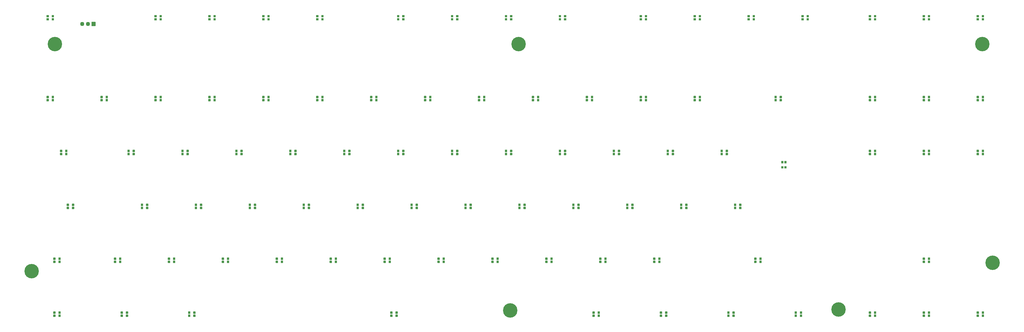
<source format=gts>
G04 #@! TF.GenerationSoftware,KiCad,Pcbnew,(5.1.10)-1*
G04 #@! TF.CreationDate,2021-10-25T17:22:15+01:00*
G04 #@! TF.ProjectId,RGBSUB,52474253-5542-42e6-9b69-6361645f7063,Rev.1*
G04 #@! TF.SameCoordinates,Original*
G04 #@! TF.FileFunction,Soldermask,Top*
G04 #@! TF.FilePolarity,Negative*
%FSLAX46Y46*%
G04 Gerber Fmt 4.6, Leading zero omitted, Abs format (unit mm)*
G04 Created by KiCad (PCBNEW (5.1.10)-1) date 2021-10-25 17:22:15*
%MOMM*%
%LPD*%
G01*
G04 APERTURE LIST*
%ADD10O,1.452000X1.452000*%
%ADD11C,5.102000*%
G04 APERTURE END LIST*
D10*
X58050000Y-108950000D03*
X60050000Y-108950000D03*
G36*
G01*
X61375000Y-108224000D02*
X62725000Y-108224000D01*
G75*
G02*
X62776000Y-108275000I0J-51000D01*
G01*
X62776000Y-109625000D01*
G75*
G02*
X62725000Y-109676000I-51000J0D01*
G01*
X61375000Y-109676000D01*
G75*
G02*
X61324000Y-109625000I0J51000D01*
G01*
X61324000Y-108275000D01*
G75*
G02*
X61375000Y-108224000I51000J0D01*
G01*
G37*
D11*
X376075000Y-116060000D03*
X48375000Y-116085000D03*
X209225000Y-210185000D03*
X212225000Y-116085000D03*
X325267000Y-209905000D03*
X40167000Y-196305000D03*
X379667000Y-193405000D03*
G36*
G01*
X374046500Y-212440001D02*
X374046500Y-211739999D01*
G75*
G02*
X374097499Y-211689000I50999J0D01*
G01*
X374797501Y-211689000D01*
G75*
G02*
X374848500Y-211739999I0J-50999D01*
G01*
X374848500Y-212440001D01*
G75*
G02*
X374797501Y-212491000I-50999J0D01*
G01*
X374097499Y-212491000D01*
G75*
G02*
X374046500Y-212440001I0J50999D01*
G01*
G37*
G36*
G01*
X374046500Y-211340001D02*
X374046500Y-210639999D01*
G75*
G02*
X374097499Y-210589000I50999J0D01*
G01*
X374797501Y-210589000D01*
G75*
G02*
X374848500Y-210639999I0J-50999D01*
G01*
X374848500Y-211340001D01*
G75*
G02*
X374797501Y-211391000I-50999J0D01*
G01*
X374097499Y-211391000D01*
G75*
G02*
X374046500Y-211340001I0J50999D01*
G01*
G37*
G36*
G01*
X375876500Y-211340001D02*
X375876500Y-210639999D01*
G75*
G02*
X375927499Y-210589000I50999J0D01*
G01*
X376627501Y-210589000D01*
G75*
G02*
X376678500Y-210639999I0J-50999D01*
G01*
X376678500Y-211340001D01*
G75*
G02*
X376627501Y-211391000I-50999J0D01*
G01*
X375927499Y-211391000D01*
G75*
G02*
X375876500Y-211340001I0J50999D01*
G01*
G37*
G36*
G01*
X375876500Y-212440001D02*
X375876500Y-211739999D01*
G75*
G02*
X375927499Y-211689000I50999J0D01*
G01*
X376627501Y-211689000D01*
G75*
G02*
X376678500Y-211739999I0J-50999D01*
G01*
X376678500Y-212440001D01*
G75*
G02*
X376627501Y-212491000I-50999J0D01*
G01*
X375927499Y-212491000D01*
G75*
G02*
X375876500Y-212440001I0J50999D01*
G01*
G37*
G36*
G01*
X354996500Y-212440001D02*
X354996500Y-211739999D01*
G75*
G02*
X355047499Y-211689000I50999J0D01*
G01*
X355747501Y-211689000D01*
G75*
G02*
X355798500Y-211739999I0J-50999D01*
G01*
X355798500Y-212440001D01*
G75*
G02*
X355747501Y-212491000I-50999J0D01*
G01*
X355047499Y-212491000D01*
G75*
G02*
X354996500Y-212440001I0J50999D01*
G01*
G37*
G36*
G01*
X354996500Y-211340001D02*
X354996500Y-210639999D01*
G75*
G02*
X355047499Y-210589000I50999J0D01*
G01*
X355747501Y-210589000D01*
G75*
G02*
X355798500Y-210639999I0J-50999D01*
G01*
X355798500Y-211340001D01*
G75*
G02*
X355747501Y-211391000I-50999J0D01*
G01*
X355047499Y-211391000D01*
G75*
G02*
X354996500Y-211340001I0J50999D01*
G01*
G37*
G36*
G01*
X356826500Y-211340001D02*
X356826500Y-210639999D01*
G75*
G02*
X356877499Y-210589000I50999J0D01*
G01*
X357577501Y-210589000D01*
G75*
G02*
X357628500Y-210639999I0J-50999D01*
G01*
X357628500Y-211340001D01*
G75*
G02*
X357577501Y-211391000I-50999J0D01*
G01*
X356877499Y-211391000D01*
G75*
G02*
X356826500Y-211340001I0J50999D01*
G01*
G37*
G36*
G01*
X356826500Y-212440001D02*
X356826500Y-211739999D01*
G75*
G02*
X356877499Y-211689000I50999J0D01*
G01*
X357577501Y-211689000D01*
G75*
G02*
X357628500Y-211739999I0J-50999D01*
G01*
X357628500Y-212440001D01*
G75*
G02*
X357577501Y-212491000I-50999J0D01*
G01*
X356877499Y-212491000D01*
G75*
G02*
X356826500Y-212440001I0J50999D01*
G01*
G37*
G36*
G01*
X335946500Y-212440001D02*
X335946500Y-211739999D01*
G75*
G02*
X335997499Y-211689000I50999J0D01*
G01*
X336697501Y-211689000D01*
G75*
G02*
X336748500Y-211739999I0J-50999D01*
G01*
X336748500Y-212440001D01*
G75*
G02*
X336697501Y-212491000I-50999J0D01*
G01*
X335997499Y-212491000D01*
G75*
G02*
X335946500Y-212440001I0J50999D01*
G01*
G37*
G36*
G01*
X335946500Y-211340001D02*
X335946500Y-210639999D01*
G75*
G02*
X335997499Y-210589000I50999J0D01*
G01*
X336697501Y-210589000D01*
G75*
G02*
X336748500Y-210639999I0J-50999D01*
G01*
X336748500Y-211340001D01*
G75*
G02*
X336697501Y-211391000I-50999J0D01*
G01*
X335997499Y-211391000D01*
G75*
G02*
X335946500Y-211340001I0J50999D01*
G01*
G37*
G36*
G01*
X337776500Y-211340001D02*
X337776500Y-210639999D01*
G75*
G02*
X337827499Y-210589000I50999J0D01*
G01*
X338527501Y-210589000D01*
G75*
G02*
X338578500Y-210639999I0J-50999D01*
G01*
X338578500Y-211340001D01*
G75*
G02*
X338527501Y-211391000I-50999J0D01*
G01*
X337827499Y-211391000D01*
G75*
G02*
X337776500Y-211340001I0J50999D01*
G01*
G37*
G36*
G01*
X337776500Y-212440001D02*
X337776500Y-211739999D01*
G75*
G02*
X337827499Y-211689000I50999J0D01*
G01*
X338527501Y-211689000D01*
G75*
G02*
X338578500Y-211739999I0J-50999D01*
G01*
X338578500Y-212440001D01*
G75*
G02*
X338527501Y-212491000I-50999J0D01*
G01*
X337827499Y-212491000D01*
G75*
G02*
X337776500Y-212440001I0J50999D01*
G01*
G37*
G36*
G01*
X309752750Y-212440001D02*
X309752750Y-211739999D01*
G75*
G02*
X309803749Y-211689000I50999J0D01*
G01*
X310503751Y-211689000D01*
G75*
G02*
X310554750Y-211739999I0J-50999D01*
G01*
X310554750Y-212440001D01*
G75*
G02*
X310503751Y-212491000I-50999J0D01*
G01*
X309803749Y-212491000D01*
G75*
G02*
X309752750Y-212440001I0J50999D01*
G01*
G37*
G36*
G01*
X309752750Y-211340001D02*
X309752750Y-210639999D01*
G75*
G02*
X309803749Y-210589000I50999J0D01*
G01*
X310503751Y-210589000D01*
G75*
G02*
X310554750Y-210639999I0J-50999D01*
G01*
X310554750Y-211340001D01*
G75*
G02*
X310503751Y-211391000I-50999J0D01*
G01*
X309803749Y-211391000D01*
G75*
G02*
X309752750Y-211340001I0J50999D01*
G01*
G37*
G36*
G01*
X311582750Y-211340001D02*
X311582750Y-210639999D01*
G75*
G02*
X311633749Y-210589000I50999J0D01*
G01*
X312333751Y-210589000D01*
G75*
G02*
X312384750Y-210639999I0J-50999D01*
G01*
X312384750Y-211340001D01*
G75*
G02*
X312333751Y-211391000I-50999J0D01*
G01*
X311633749Y-211391000D01*
G75*
G02*
X311582750Y-211340001I0J50999D01*
G01*
G37*
G36*
G01*
X311582750Y-212440001D02*
X311582750Y-211739999D01*
G75*
G02*
X311633749Y-211689000I50999J0D01*
G01*
X312333751Y-211689000D01*
G75*
G02*
X312384750Y-211739999I0J-50999D01*
G01*
X312384750Y-212440001D01*
G75*
G02*
X312333751Y-212491000I-50999J0D01*
G01*
X311633749Y-212491000D01*
G75*
G02*
X311582750Y-212440001I0J50999D01*
G01*
G37*
G36*
G01*
X285940250Y-212440001D02*
X285940250Y-211739999D01*
G75*
G02*
X285991249Y-211689000I50999J0D01*
G01*
X286691251Y-211689000D01*
G75*
G02*
X286742250Y-211739999I0J-50999D01*
G01*
X286742250Y-212440001D01*
G75*
G02*
X286691251Y-212491000I-50999J0D01*
G01*
X285991249Y-212491000D01*
G75*
G02*
X285940250Y-212440001I0J50999D01*
G01*
G37*
G36*
G01*
X285940250Y-211340001D02*
X285940250Y-210639999D01*
G75*
G02*
X285991249Y-210589000I50999J0D01*
G01*
X286691251Y-210589000D01*
G75*
G02*
X286742250Y-210639999I0J-50999D01*
G01*
X286742250Y-211340001D01*
G75*
G02*
X286691251Y-211391000I-50999J0D01*
G01*
X285991249Y-211391000D01*
G75*
G02*
X285940250Y-211340001I0J50999D01*
G01*
G37*
G36*
G01*
X287770250Y-211340001D02*
X287770250Y-210639999D01*
G75*
G02*
X287821249Y-210589000I50999J0D01*
G01*
X288521251Y-210589000D01*
G75*
G02*
X288572250Y-210639999I0J-50999D01*
G01*
X288572250Y-211340001D01*
G75*
G02*
X288521251Y-211391000I-50999J0D01*
G01*
X287821249Y-211391000D01*
G75*
G02*
X287770250Y-211340001I0J50999D01*
G01*
G37*
G36*
G01*
X287770250Y-212440001D02*
X287770250Y-211739999D01*
G75*
G02*
X287821249Y-211689000I50999J0D01*
G01*
X288521251Y-211689000D01*
G75*
G02*
X288572250Y-211739999I0J-50999D01*
G01*
X288572250Y-212440001D01*
G75*
G02*
X288521251Y-212491000I-50999J0D01*
G01*
X287821249Y-212491000D01*
G75*
G02*
X287770250Y-212440001I0J50999D01*
G01*
G37*
G36*
G01*
X262127750Y-212440001D02*
X262127750Y-211739999D01*
G75*
G02*
X262178749Y-211689000I50999J0D01*
G01*
X262878751Y-211689000D01*
G75*
G02*
X262929750Y-211739999I0J-50999D01*
G01*
X262929750Y-212440001D01*
G75*
G02*
X262878751Y-212491000I-50999J0D01*
G01*
X262178749Y-212491000D01*
G75*
G02*
X262127750Y-212440001I0J50999D01*
G01*
G37*
G36*
G01*
X262127750Y-211340001D02*
X262127750Y-210639999D01*
G75*
G02*
X262178749Y-210589000I50999J0D01*
G01*
X262878751Y-210589000D01*
G75*
G02*
X262929750Y-210639999I0J-50999D01*
G01*
X262929750Y-211340001D01*
G75*
G02*
X262878751Y-211391000I-50999J0D01*
G01*
X262178749Y-211391000D01*
G75*
G02*
X262127750Y-211340001I0J50999D01*
G01*
G37*
G36*
G01*
X263957750Y-211340001D02*
X263957750Y-210639999D01*
G75*
G02*
X264008749Y-210589000I50999J0D01*
G01*
X264708751Y-210589000D01*
G75*
G02*
X264759750Y-210639999I0J-50999D01*
G01*
X264759750Y-211340001D01*
G75*
G02*
X264708751Y-211391000I-50999J0D01*
G01*
X264008749Y-211391000D01*
G75*
G02*
X263957750Y-211340001I0J50999D01*
G01*
G37*
G36*
G01*
X263957750Y-212440001D02*
X263957750Y-211739999D01*
G75*
G02*
X264008749Y-211689000I50999J0D01*
G01*
X264708751Y-211689000D01*
G75*
G02*
X264759750Y-211739999I0J-50999D01*
G01*
X264759750Y-212440001D01*
G75*
G02*
X264708751Y-212491000I-50999J0D01*
G01*
X264008749Y-212491000D01*
G75*
G02*
X263957750Y-212440001I0J50999D01*
G01*
G37*
G36*
G01*
X238315250Y-212440001D02*
X238315250Y-211739999D01*
G75*
G02*
X238366249Y-211689000I50999J0D01*
G01*
X239066251Y-211689000D01*
G75*
G02*
X239117250Y-211739999I0J-50999D01*
G01*
X239117250Y-212440001D01*
G75*
G02*
X239066251Y-212491000I-50999J0D01*
G01*
X238366249Y-212491000D01*
G75*
G02*
X238315250Y-212440001I0J50999D01*
G01*
G37*
G36*
G01*
X238315250Y-211340001D02*
X238315250Y-210639999D01*
G75*
G02*
X238366249Y-210589000I50999J0D01*
G01*
X239066251Y-210589000D01*
G75*
G02*
X239117250Y-210639999I0J-50999D01*
G01*
X239117250Y-211340001D01*
G75*
G02*
X239066251Y-211391000I-50999J0D01*
G01*
X238366249Y-211391000D01*
G75*
G02*
X238315250Y-211340001I0J50999D01*
G01*
G37*
G36*
G01*
X240145250Y-211340001D02*
X240145250Y-210639999D01*
G75*
G02*
X240196249Y-210589000I50999J0D01*
G01*
X240896251Y-210589000D01*
G75*
G02*
X240947250Y-210639999I0J-50999D01*
G01*
X240947250Y-211340001D01*
G75*
G02*
X240896251Y-211391000I-50999J0D01*
G01*
X240196249Y-211391000D01*
G75*
G02*
X240145250Y-211340001I0J50999D01*
G01*
G37*
G36*
G01*
X240145250Y-212440001D02*
X240145250Y-211739999D01*
G75*
G02*
X240196249Y-211689000I50999J0D01*
G01*
X240896251Y-211689000D01*
G75*
G02*
X240947250Y-211739999I0J-50999D01*
G01*
X240947250Y-212440001D01*
G75*
G02*
X240896251Y-212491000I-50999J0D01*
G01*
X240196249Y-212491000D01*
G75*
G02*
X240145250Y-212440001I0J50999D01*
G01*
G37*
G36*
G01*
X166877750Y-212440001D02*
X166877750Y-211739999D01*
G75*
G02*
X166928749Y-211689000I50999J0D01*
G01*
X167628751Y-211689000D01*
G75*
G02*
X167679750Y-211739999I0J-50999D01*
G01*
X167679750Y-212440001D01*
G75*
G02*
X167628751Y-212491000I-50999J0D01*
G01*
X166928749Y-212491000D01*
G75*
G02*
X166877750Y-212440001I0J50999D01*
G01*
G37*
G36*
G01*
X166877750Y-211340001D02*
X166877750Y-210639999D01*
G75*
G02*
X166928749Y-210589000I50999J0D01*
G01*
X167628751Y-210589000D01*
G75*
G02*
X167679750Y-210639999I0J-50999D01*
G01*
X167679750Y-211340001D01*
G75*
G02*
X167628751Y-211391000I-50999J0D01*
G01*
X166928749Y-211391000D01*
G75*
G02*
X166877750Y-211340001I0J50999D01*
G01*
G37*
G36*
G01*
X168707750Y-211340001D02*
X168707750Y-210639999D01*
G75*
G02*
X168758749Y-210589000I50999J0D01*
G01*
X169458751Y-210589000D01*
G75*
G02*
X169509750Y-210639999I0J-50999D01*
G01*
X169509750Y-211340001D01*
G75*
G02*
X169458751Y-211391000I-50999J0D01*
G01*
X168758749Y-211391000D01*
G75*
G02*
X168707750Y-211340001I0J50999D01*
G01*
G37*
G36*
G01*
X168707750Y-212440001D02*
X168707750Y-211739999D01*
G75*
G02*
X168758749Y-211689000I50999J0D01*
G01*
X169458751Y-211689000D01*
G75*
G02*
X169509750Y-211739999I0J-50999D01*
G01*
X169509750Y-212440001D01*
G75*
G02*
X169458751Y-212491000I-50999J0D01*
G01*
X168758749Y-212491000D01*
G75*
G02*
X168707750Y-212440001I0J50999D01*
G01*
G37*
G36*
G01*
X95440250Y-212440001D02*
X95440250Y-211739999D01*
G75*
G02*
X95491249Y-211689000I50999J0D01*
G01*
X96191251Y-211689000D01*
G75*
G02*
X96242250Y-211739999I0J-50999D01*
G01*
X96242250Y-212440001D01*
G75*
G02*
X96191251Y-212491000I-50999J0D01*
G01*
X95491249Y-212491000D01*
G75*
G02*
X95440250Y-212440001I0J50999D01*
G01*
G37*
G36*
G01*
X95440250Y-211340001D02*
X95440250Y-210639999D01*
G75*
G02*
X95491249Y-210589000I50999J0D01*
G01*
X96191251Y-210589000D01*
G75*
G02*
X96242250Y-210639999I0J-50999D01*
G01*
X96242250Y-211340001D01*
G75*
G02*
X96191251Y-211391000I-50999J0D01*
G01*
X95491249Y-211391000D01*
G75*
G02*
X95440250Y-211340001I0J50999D01*
G01*
G37*
G36*
G01*
X97270250Y-211340001D02*
X97270250Y-210639999D01*
G75*
G02*
X97321249Y-210589000I50999J0D01*
G01*
X98021251Y-210589000D01*
G75*
G02*
X98072250Y-210639999I0J-50999D01*
G01*
X98072250Y-211340001D01*
G75*
G02*
X98021251Y-211391000I-50999J0D01*
G01*
X97321249Y-211391000D01*
G75*
G02*
X97270250Y-211340001I0J50999D01*
G01*
G37*
G36*
G01*
X97270250Y-212440001D02*
X97270250Y-211739999D01*
G75*
G02*
X97321249Y-211689000I50999J0D01*
G01*
X98021251Y-211689000D01*
G75*
G02*
X98072250Y-211739999I0J-50999D01*
G01*
X98072250Y-212440001D01*
G75*
G02*
X98021251Y-212491000I-50999J0D01*
G01*
X97321249Y-212491000D01*
G75*
G02*
X97270250Y-212440001I0J50999D01*
G01*
G37*
G36*
G01*
X71627750Y-212440001D02*
X71627750Y-211739999D01*
G75*
G02*
X71678749Y-211689000I50999J0D01*
G01*
X72378751Y-211689000D01*
G75*
G02*
X72429750Y-211739999I0J-50999D01*
G01*
X72429750Y-212440001D01*
G75*
G02*
X72378751Y-212491000I-50999J0D01*
G01*
X71678749Y-212491000D01*
G75*
G02*
X71627750Y-212440001I0J50999D01*
G01*
G37*
G36*
G01*
X71627750Y-211340001D02*
X71627750Y-210639999D01*
G75*
G02*
X71678749Y-210589000I50999J0D01*
G01*
X72378751Y-210589000D01*
G75*
G02*
X72429750Y-210639999I0J-50999D01*
G01*
X72429750Y-211340001D01*
G75*
G02*
X72378751Y-211391000I-50999J0D01*
G01*
X71678749Y-211391000D01*
G75*
G02*
X71627750Y-211340001I0J50999D01*
G01*
G37*
G36*
G01*
X73457750Y-211340001D02*
X73457750Y-210639999D01*
G75*
G02*
X73508749Y-210589000I50999J0D01*
G01*
X74208751Y-210589000D01*
G75*
G02*
X74259750Y-210639999I0J-50999D01*
G01*
X74259750Y-211340001D01*
G75*
G02*
X74208751Y-211391000I-50999J0D01*
G01*
X73508749Y-211391000D01*
G75*
G02*
X73457750Y-211340001I0J50999D01*
G01*
G37*
G36*
G01*
X73457750Y-212440001D02*
X73457750Y-211739999D01*
G75*
G02*
X73508749Y-211689000I50999J0D01*
G01*
X74208751Y-211689000D01*
G75*
G02*
X74259750Y-211739999I0J-50999D01*
G01*
X74259750Y-212440001D01*
G75*
G02*
X74208751Y-212491000I-50999J0D01*
G01*
X73508749Y-212491000D01*
G75*
G02*
X73457750Y-212440001I0J50999D01*
G01*
G37*
G36*
G01*
X47815250Y-212440001D02*
X47815250Y-211739999D01*
G75*
G02*
X47866249Y-211689000I50999J0D01*
G01*
X48566251Y-211689000D01*
G75*
G02*
X48617250Y-211739999I0J-50999D01*
G01*
X48617250Y-212440001D01*
G75*
G02*
X48566251Y-212491000I-50999J0D01*
G01*
X47866249Y-212491000D01*
G75*
G02*
X47815250Y-212440001I0J50999D01*
G01*
G37*
G36*
G01*
X47815250Y-211340001D02*
X47815250Y-210639999D01*
G75*
G02*
X47866249Y-210589000I50999J0D01*
G01*
X48566251Y-210589000D01*
G75*
G02*
X48617250Y-210639999I0J-50999D01*
G01*
X48617250Y-211340001D01*
G75*
G02*
X48566251Y-211391000I-50999J0D01*
G01*
X47866249Y-211391000D01*
G75*
G02*
X47815250Y-211340001I0J50999D01*
G01*
G37*
G36*
G01*
X49645250Y-211340001D02*
X49645250Y-210639999D01*
G75*
G02*
X49696249Y-210589000I50999J0D01*
G01*
X50396251Y-210589000D01*
G75*
G02*
X50447250Y-210639999I0J-50999D01*
G01*
X50447250Y-211340001D01*
G75*
G02*
X50396251Y-211391000I-50999J0D01*
G01*
X49696249Y-211391000D01*
G75*
G02*
X49645250Y-211340001I0J50999D01*
G01*
G37*
G36*
G01*
X49645250Y-212440001D02*
X49645250Y-211739999D01*
G75*
G02*
X49696249Y-211689000I50999J0D01*
G01*
X50396251Y-211689000D01*
G75*
G02*
X50447250Y-211739999I0J-50999D01*
G01*
X50447250Y-212440001D01*
G75*
G02*
X50396251Y-212491000I-50999J0D01*
G01*
X49696249Y-212491000D01*
G75*
G02*
X49645250Y-212440001I0J50999D01*
G01*
G37*
G36*
G01*
X354996500Y-193390001D02*
X354996500Y-192689999D01*
G75*
G02*
X355047499Y-192639000I50999J0D01*
G01*
X355747501Y-192639000D01*
G75*
G02*
X355798500Y-192689999I0J-50999D01*
G01*
X355798500Y-193390001D01*
G75*
G02*
X355747501Y-193441000I-50999J0D01*
G01*
X355047499Y-193441000D01*
G75*
G02*
X354996500Y-193390001I0J50999D01*
G01*
G37*
G36*
G01*
X354996500Y-192290001D02*
X354996500Y-191589999D01*
G75*
G02*
X355047499Y-191539000I50999J0D01*
G01*
X355747501Y-191539000D01*
G75*
G02*
X355798500Y-191589999I0J-50999D01*
G01*
X355798500Y-192290001D01*
G75*
G02*
X355747501Y-192341000I-50999J0D01*
G01*
X355047499Y-192341000D01*
G75*
G02*
X354996500Y-192290001I0J50999D01*
G01*
G37*
G36*
G01*
X356826500Y-192290001D02*
X356826500Y-191589999D01*
G75*
G02*
X356877499Y-191539000I50999J0D01*
G01*
X357577501Y-191539000D01*
G75*
G02*
X357628500Y-191589999I0J-50999D01*
G01*
X357628500Y-192290001D01*
G75*
G02*
X357577501Y-192341000I-50999J0D01*
G01*
X356877499Y-192341000D01*
G75*
G02*
X356826500Y-192290001I0J50999D01*
G01*
G37*
G36*
G01*
X356826500Y-193390001D02*
X356826500Y-192689999D01*
G75*
G02*
X356877499Y-192639000I50999J0D01*
G01*
X357577501Y-192639000D01*
G75*
G02*
X357628500Y-192689999I0J-50999D01*
G01*
X357628500Y-193390001D01*
G75*
G02*
X357577501Y-193441000I-50999J0D01*
G01*
X356877499Y-193441000D01*
G75*
G02*
X356826500Y-193390001I0J50999D01*
G01*
G37*
G36*
G01*
X295465250Y-193390001D02*
X295465250Y-192689999D01*
G75*
G02*
X295516249Y-192639000I50999J0D01*
G01*
X296216251Y-192639000D01*
G75*
G02*
X296267250Y-192689999I0J-50999D01*
G01*
X296267250Y-193390001D01*
G75*
G02*
X296216251Y-193441000I-50999J0D01*
G01*
X295516249Y-193441000D01*
G75*
G02*
X295465250Y-193390001I0J50999D01*
G01*
G37*
G36*
G01*
X295465250Y-192290001D02*
X295465250Y-191589999D01*
G75*
G02*
X295516249Y-191539000I50999J0D01*
G01*
X296216251Y-191539000D01*
G75*
G02*
X296267250Y-191589999I0J-50999D01*
G01*
X296267250Y-192290001D01*
G75*
G02*
X296216251Y-192341000I-50999J0D01*
G01*
X295516249Y-192341000D01*
G75*
G02*
X295465250Y-192290001I0J50999D01*
G01*
G37*
G36*
G01*
X297295250Y-192290001D02*
X297295250Y-191589999D01*
G75*
G02*
X297346249Y-191539000I50999J0D01*
G01*
X298046251Y-191539000D01*
G75*
G02*
X298097250Y-191589999I0J-50999D01*
G01*
X298097250Y-192290001D01*
G75*
G02*
X298046251Y-192341000I-50999J0D01*
G01*
X297346249Y-192341000D01*
G75*
G02*
X297295250Y-192290001I0J50999D01*
G01*
G37*
G36*
G01*
X297295250Y-193390001D02*
X297295250Y-192689999D01*
G75*
G02*
X297346249Y-192639000I50999J0D01*
G01*
X298046251Y-192639000D01*
G75*
G02*
X298097250Y-192689999I0J-50999D01*
G01*
X298097250Y-193390001D01*
G75*
G02*
X298046251Y-193441000I-50999J0D01*
G01*
X297346249Y-193441000D01*
G75*
G02*
X297295250Y-193390001I0J50999D01*
G01*
G37*
G36*
G01*
X259746500Y-193390001D02*
X259746500Y-192689999D01*
G75*
G02*
X259797499Y-192639000I50999J0D01*
G01*
X260497501Y-192639000D01*
G75*
G02*
X260548500Y-192689999I0J-50999D01*
G01*
X260548500Y-193390001D01*
G75*
G02*
X260497501Y-193441000I-50999J0D01*
G01*
X259797499Y-193441000D01*
G75*
G02*
X259746500Y-193390001I0J50999D01*
G01*
G37*
G36*
G01*
X259746500Y-192290001D02*
X259746500Y-191589999D01*
G75*
G02*
X259797499Y-191539000I50999J0D01*
G01*
X260497501Y-191539000D01*
G75*
G02*
X260548500Y-191589999I0J-50999D01*
G01*
X260548500Y-192290001D01*
G75*
G02*
X260497501Y-192341000I-50999J0D01*
G01*
X259797499Y-192341000D01*
G75*
G02*
X259746500Y-192290001I0J50999D01*
G01*
G37*
G36*
G01*
X261576500Y-192290001D02*
X261576500Y-191589999D01*
G75*
G02*
X261627499Y-191539000I50999J0D01*
G01*
X262327501Y-191539000D01*
G75*
G02*
X262378500Y-191589999I0J-50999D01*
G01*
X262378500Y-192290001D01*
G75*
G02*
X262327501Y-192341000I-50999J0D01*
G01*
X261627499Y-192341000D01*
G75*
G02*
X261576500Y-192290001I0J50999D01*
G01*
G37*
G36*
G01*
X261576500Y-193390001D02*
X261576500Y-192689999D01*
G75*
G02*
X261627499Y-192639000I50999J0D01*
G01*
X262327501Y-192639000D01*
G75*
G02*
X262378500Y-192689999I0J-50999D01*
G01*
X262378500Y-193390001D01*
G75*
G02*
X262327501Y-193441000I-50999J0D01*
G01*
X261627499Y-193441000D01*
G75*
G02*
X261576500Y-193390001I0J50999D01*
G01*
G37*
G36*
G01*
X240696500Y-193390001D02*
X240696500Y-192689999D01*
G75*
G02*
X240747499Y-192639000I50999J0D01*
G01*
X241447501Y-192639000D01*
G75*
G02*
X241498500Y-192689999I0J-50999D01*
G01*
X241498500Y-193390001D01*
G75*
G02*
X241447501Y-193441000I-50999J0D01*
G01*
X240747499Y-193441000D01*
G75*
G02*
X240696500Y-193390001I0J50999D01*
G01*
G37*
G36*
G01*
X240696500Y-192290001D02*
X240696500Y-191589999D01*
G75*
G02*
X240747499Y-191539000I50999J0D01*
G01*
X241447501Y-191539000D01*
G75*
G02*
X241498500Y-191589999I0J-50999D01*
G01*
X241498500Y-192290001D01*
G75*
G02*
X241447501Y-192341000I-50999J0D01*
G01*
X240747499Y-192341000D01*
G75*
G02*
X240696500Y-192290001I0J50999D01*
G01*
G37*
G36*
G01*
X242526500Y-192290001D02*
X242526500Y-191589999D01*
G75*
G02*
X242577499Y-191539000I50999J0D01*
G01*
X243277501Y-191539000D01*
G75*
G02*
X243328500Y-191589999I0J-50999D01*
G01*
X243328500Y-192290001D01*
G75*
G02*
X243277501Y-192341000I-50999J0D01*
G01*
X242577499Y-192341000D01*
G75*
G02*
X242526500Y-192290001I0J50999D01*
G01*
G37*
G36*
G01*
X242526500Y-193390001D02*
X242526500Y-192689999D01*
G75*
G02*
X242577499Y-192639000I50999J0D01*
G01*
X243277501Y-192639000D01*
G75*
G02*
X243328500Y-192689999I0J-50999D01*
G01*
X243328500Y-193390001D01*
G75*
G02*
X243277501Y-193441000I-50999J0D01*
G01*
X242577499Y-193441000D01*
G75*
G02*
X242526500Y-193390001I0J50999D01*
G01*
G37*
G36*
G01*
X221646500Y-193390001D02*
X221646500Y-192689999D01*
G75*
G02*
X221697499Y-192639000I50999J0D01*
G01*
X222397501Y-192639000D01*
G75*
G02*
X222448500Y-192689999I0J-50999D01*
G01*
X222448500Y-193390001D01*
G75*
G02*
X222397501Y-193441000I-50999J0D01*
G01*
X221697499Y-193441000D01*
G75*
G02*
X221646500Y-193390001I0J50999D01*
G01*
G37*
G36*
G01*
X221646500Y-192290001D02*
X221646500Y-191589999D01*
G75*
G02*
X221697499Y-191539000I50999J0D01*
G01*
X222397501Y-191539000D01*
G75*
G02*
X222448500Y-191589999I0J-50999D01*
G01*
X222448500Y-192290001D01*
G75*
G02*
X222397501Y-192341000I-50999J0D01*
G01*
X221697499Y-192341000D01*
G75*
G02*
X221646500Y-192290001I0J50999D01*
G01*
G37*
G36*
G01*
X223476500Y-192290001D02*
X223476500Y-191589999D01*
G75*
G02*
X223527499Y-191539000I50999J0D01*
G01*
X224227501Y-191539000D01*
G75*
G02*
X224278500Y-191589999I0J-50999D01*
G01*
X224278500Y-192290001D01*
G75*
G02*
X224227501Y-192341000I-50999J0D01*
G01*
X223527499Y-192341000D01*
G75*
G02*
X223476500Y-192290001I0J50999D01*
G01*
G37*
G36*
G01*
X223476500Y-193390001D02*
X223476500Y-192689999D01*
G75*
G02*
X223527499Y-192639000I50999J0D01*
G01*
X224227501Y-192639000D01*
G75*
G02*
X224278500Y-192689999I0J-50999D01*
G01*
X224278500Y-193390001D01*
G75*
G02*
X224227501Y-193441000I-50999J0D01*
G01*
X223527499Y-193441000D01*
G75*
G02*
X223476500Y-193390001I0J50999D01*
G01*
G37*
G36*
G01*
X202596500Y-193390001D02*
X202596500Y-192689999D01*
G75*
G02*
X202647499Y-192639000I50999J0D01*
G01*
X203347501Y-192639000D01*
G75*
G02*
X203398500Y-192689999I0J-50999D01*
G01*
X203398500Y-193390001D01*
G75*
G02*
X203347501Y-193441000I-50999J0D01*
G01*
X202647499Y-193441000D01*
G75*
G02*
X202596500Y-193390001I0J50999D01*
G01*
G37*
G36*
G01*
X202596500Y-192290001D02*
X202596500Y-191589999D01*
G75*
G02*
X202647499Y-191539000I50999J0D01*
G01*
X203347501Y-191539000D01*
G75*
G02*
X203398500Y-191589999I0J-50999D01*
G01*
X203398500Y-192290001D01*
G75*
G02*
X203347501Y-192341000I-50999J0D01*
G01*
X202647499Y-192341000D01*
G75*
G02*
X202596500Y-192290001I0J50999D01*
G01*
G37*
G36*
G01*
X204426500Y-192290001D02*
X204426500Y-191589999D01*
G75*
G02*
X204477499Y-191539000I50999J0D01*
G01*
X205177501Y-191539000D01*
G75*
G02*
X205228500Y-191589999I0J-50999D01*
G01*
X205228500Y-192290001D01*
G75*
G02*
X205177501Y-192341000I-50999J0D01*
G01*
X204477499Y-192341000D01*
G75*
G02*
X204426500Y-192290001I0J50999D01*
G01*
G37*
G36*
G01*
X204426500Y-193390001D02*
X204426500Y-192689999D01*
G75*
G02*
X204477499Y-192639000I50999J0D01*
G01*
X205177501Y-192639000D01*
G75*
G02*
X205228500Y-192689999I0J-50999D01*
G01*
X205228500Y-193390001D01*
G75*
G02*
X205177501Y-193441000I-50999J0D01*
G01*
X204477499Y-193441000D01*
G75*
G02*
X204426500Y-193390001I0J50999D01*
G01*
G37*
G36*
G01*
X183546500Y-193390001D02*
X183546500Y-192689999D01*
G75*
G02*
X183597499Y-192639000I50999J0D01*
G01*
X184297501Y-192639000D01*
G75*
G02*
X184348500Y-192689999I0J-50999D01*
G01*
X184348500Y-193390001D01*
G75*
G02*
X184297501Y-193441000I-50999J0D01*
G01*
X183597499Y-193441000D01*
G75*
G02*
X183546500Y-193390001I0J50999D01*
G01*
G37*
G36*
G01*
X183546500Y-192290001D02*
X183546500Y-191589999D01*
G75*
G02*
X183597499Y-191539000I50999J0D01*
G01*
X184297501Y-191539000D01*
G75*
G02*
X184348500Y-191589999I0J-50999D01*
G01*
X184348500Y-192290001D01*
G75*
G02*
X184297501Y-192341000I-50999J0D01*
G01*
X183597499Y-192341000D01*
G75*
G02*
X183546500Y-192290001I0J50999D01*
G01*
G37*
G36*
G01*
X185376500Y-192290001D02*
X185376500Y-191589999D01*
G75*
G02*
X185427499Y-191539000I50999J0D01*
G01*
X186127501Y-191539000D01*
G75*
G02*
X186178500Y-191589999I0J-50999D01*
G01*
X186178500Y-192290001D01*
G75*
G02*
X186127501Y-192341000I-50999J0D01*
G01*
X185427499Y-192341000D01*
G75*
G02*
X185376500Y-192290001I0J50999D01*
G01*
G37*
G36*
G01*
X185376500Y-193390001D02*
X185376500Y-192689999D01*
G75*
G02*
X185427499Y-192639000I50999J0D01*
G01*
X186127501Y-192639000D01*
G75*
G02*
X186178500Y-192689999I0J-50999D01*
G01*
X186178500Y-193390001D01*
G75*
G02*
X186127501Y-193441000I-50999J0D01*
G01*
X185427499Y-193441000D01*
G75*
G02*
X185376500Y-193390001I0J50999D01*
G01*
G37*
G36*
G01*
X164496500Y-193390001D02*
X164496500Y-192689999D01*
G75*
G02*
X164547499Y-192639000I50999J0D01*
G01*
X165247501Y-192639000D01*
G75*
G02*
X165298500Y-192689999I0J-50999D01*
G01*
X165298500Y-193390001D01*
G75*
G02*
X165247501Y-193441000I-50999J0D01*
G01*
X164547499Y-193441000D01*
G75*
G02*
X164496500Y-193390001I0J50999D01*
G01*
G37*
G36*
G01*
X164496500Y-192290001D02*
X164496500Y-191589999D01*
G75*
G02*
X164547499Y-191539000I50999J0D01*
G01*
X165247501Y-191539000D01*
G75*
G02*
X165298500Y-191589999I0J-50999D01*
G01*
X165298500Y-192290001D01*
G75*
G02*
X165247501Y-192341000I-50999J0D01*
G01*
X164547499Y-192341000D01*
G75*
G02*
X164496500Y-192290001I0J50999D01*
G01*
G37*
G36*
G01*
X166326500Y-192290001D02*
X166326500Y-191589999D01*
G75*
G02*
X166377499Y-191539000I50999J0D01*
G01*
X167077501Y-191539000D01*
G75*
G02*
X167128500Y-191589999I0J-50999D01*
G01*
X167128500Y-192290001D01*
G75*
G02*
X167077501Y-192341000I-50999J0D01*
G01*
X166377499Y-192341000D01*
G75*
G02*
X166326500Y-192290001I0J50999D01*
G01*
G37*
G36*
G01*
X166326500Y-193390001D02*
X166326500Y-192689999D01*
G75*
G02*
X166377499Y-192639000I50999J0D01*
G01*
X167077501Y-192639000D01*
G75*
G02*
X167128500Y-192689999I0J-50999D01*
G01*
X167128500Y-193390001D01*
G75*
G02*
X167077501Y-193441000I-50999J0D01*
G01*
X166377499Y-193441000D01*
G75*
G02*
X166326500Y-193390001I0J50999D01*
G01*
G37*
G36*
G01*
X145446500Y-193390001D02*
X145446500Y-192689999D01*
G75*
G02*
X145497499Y-192639000I50999J0D01*
G01*
X146197501Y-192639000D01*
G75*
G02*
X146248500Y-192689999I0J-50999D01*
G01*
X146248500Y-193390001D01*
G75*
G02*
X146197501Y-193441000I-50999J0D01*
G01*
X145497499Y-193441000D01*
G75*
G02*
X145446500Y-193390001I0J50999D01*
G01*
G37*
G36*
G01*
X145446500Y-192290001D02*
X145446500Y-191589999D01*
G75*
G02*
X145497499Y-191539000I50999J0D01*
G01*
X146197501Y-191539000D01*
G75*
G02*
X146248500Y-191589999I0J-50999D01*
G01*
X146248500Y-192290001D01*
G75*
G02*
X146197501Y-192341000I-50999J0D01*
G01*
X145497499Y-192341000D01*
G75*
G02*
X145446500Y-192290001I0J50999D01*
G01*
G37*
G36*
G01*
X147276500Y-192290001D02*
X147276500Y-191589999D01*
G75*
G02*
X147327499Y-191539000I50999J0D01*
G01*
X148027501Y-191539000D01*
G75*
G02*
X148078500Y-191589999I0J-50999D01*
G01*
X148078500Y-192290001D01*
G75*
G02*
X148027501Y-192341000I-50999J0D01*
G01*
X147327499Y-192341000D01*
G75*
G02*
X147276500Y-192290001I0J50999D01*
G01*
G37*
G36*
G01*
X147276500Y-193390001D02*
X147276500Y-192689999D01*
G75*
G02*
X147327499Y-192639000I50999J0D01*
G01*
X148027501Y-192639000D01*
G75*
G02*
X148078500Y-192689999I0J-50999D01*
G01*
X148078500Y-193390001D01*
G75*
G02*
X148027501Y-193441000I-50999J0D01*
G01*
X147327499Y-193441000D01*
G75*
G02*
X147276500Y-193390001I0J50999D01*
G01*
G37*
G36*
G01*
X126396500Y-193390001D02*
X126396500Y-192689999D01*
G75*
G02*
X126447499Y-192639000I50999J0D01*
G01*
X127147501Y-192639000D01*
G75*
G02*
X127198500Y-192689999I0J-50999D01*
G01*
X127198500Y-193390001D01*
G75*
G02*
X127147501Y-193441000I-50999J0D01*
G01*
X126447499Y-193441000D01*
G75*
G02*
X126396500Y-193390001I0J50999D01*
G01*
G37*
G36*
G01*
X126396500Y-192290001D02*
X126396500Y-191589999D01*
G75*
G02*
X126447499Y-191539000I50999J0D01*
G01*
X127147501Y-191539000D01*
G75*
G02*
X127198500Y-191589999I0J-50999D01*
G01*
X127198500Y-192290001D01*
G75*
G02*
X127147501Y-192341000I-50999J0D01*
G01*
X126447499Y-192341000D01*
G75*
G02*
X126396500Y-192290001I0J50999D01*
G01*
G37*
G36*
G01*
X128226500Y-192290001D02*
X128226500Y-191589999D01*
G75*
G02*
X128277499Y-191539000I50999J0D01*
G01*
X128977501Y-191539000D01*
G75*
G02*
X129028500Y-191589999I0J-50999D01*
G01*
X129028500Y-192290001D01*
G75*
G02*
X128977501Y-192341000I-50999J0D01*
G01*
X128277499Y-192341000D01*
G75*
G02*
X128226500Y-192290001I0J50999D01*
G01*
G37*
G36*
G01*
X128226500Y-193390001D02*
X128226500Y-192689999D01*
G75*
G02*
X128277499Y-192639000I50999J0D01*
G01*
X128977501Y-192639000D01*
G75*
G02*
X129028500Y-192689999I0J-50999D01*
G01*
X129028500Y-193390001D01*
G75*
G02*
X128977501Y-193441000I-50999J0D01*
G01*
X128277499Y-193441000D01*
G75*
G02*
X128226500Y-193390001I0J50999D01*
G01*
G37*
G36*
G01*
X107346500Y-193390001D02*
X107346500Y-192689999D01*
G75*
G02*
X107397499Y-192639000I50999J0D01*
G01*
X108097501Y-192639000D01*
G75*
G02*
X108148500Y-192689999I0J-50999D01*
G01*
X108148500Y-193390001D01*
G75*
G02*
X108097501Y-193441000I-50999J0D01*
G01*
X107397499Y-193441000D01*
G75*
G02*
X107346500Y-193390001I0J50999D01*
G01*
G37*
G36*
G01*
X107346500Y-192290001D02*
X107346500Y-191589999D01*
G75*
G02*
X107397499Y-191539000I50999J0D01*
G01*
X108097501Y-191539000D01*
G75*
G02*
X108148500Y-191589999I0J-50999D01*
G01*
X108148500Y-192290001D01*
G75*
G02*
X108097501Y-192341000I-50999J0D01*
G01*
X107397499Y-192341000D01*
G75*
G02*
X107346500Y-192290001I0J50999D01*
G01*
G37*
G36*
G01*
X109176500Y-192290001D02*
X109176500Y-191589999D01*
G75*
G02*
X109227499Y-191539000I50999J0D01*
G01*
X109927501Y-191539000D01*
G75*
G02*
X109978500Y-191589999I0J-50999D01*
G01*
X109978500Y-192290001D01*
G75*
G02*
X109927501Y-192341000I-50999J0D01*
G01*
X109227499Y-192341000D01*
G75*
G02*
X109176500Y-192290001I0J50999D01*
G01*
G37*
G36*
G01*
X109176500Y-193390001D02*
X109176500Y-192689999D01*
G75*
G02*
X109227499Y-192639000I50999J0D01*
G01*
X109927501Y-192639000D01*
G75*
G02*
X109978500Y-192689999I0J-50999D01*
G01*
X109978500Y-193390001D01*
G75*
G02*
X109927501Y-193441000I-50999J0D01*
G01*
X109227499Y-193441000D01*
G75*
G02*
X109176500Y-193390001I0J50999D01*
G01*
G37*
G36*
G01*
X88296500Y-193390001D02*
X88296500Y-192689999D01*
G75*
G02*
X88347499Y-192639000I50999J0D01*
G01*
X89047501Y-192639000D01*
G75*
G02*
X89098500Y-192689999I0J-50999D01*
G01*
X89098500Y-193390001D01*
G75*
G02*
X89047501Y-193441000I-50999J0D01*
G01*
X88347499Y-193441000D01*
G75*
G02*
X88296500Y-193390001I0J50999D01*
G01*
G37*
G36*
G01*
X88296500Y-192290001D02*
X88296500Y-191589999D01*
G75*
G02*
X88347499Y-191539000I50999J0D01*
G01*
X89047501Y-191539000D01*
G75*
G02*
X89098500Y-191589999I0J-50999D01*
G01*
X89098500Y-192290001D01*
G75*
G02*
X89047501Y-192341000I-50999J0D01*
G01*
X88347499Y-192341000D01*
G75*
G02*
X88296500Y-192290001I0J50999D01*
G01*
G37*
G36*
G01*
X90126500Y-192290001D02*
X90126500Y-191589999D01*
G75*
G02*
X90177499Y-191539000I50999J0D01*
G01*
X90877501Y-191539000D01*
G75*
G02*
X90928500Y-191589999I0J-50999D01*
G01*
X90928500Y-192290001D01*
G75*
G02*
X90877501Y-192341000I-50999J0D01*
G01*
X90177499Y-192341000D01*
G75*
G02*
X90126500Y-192290001I0J50999D01*
G01*
G37*
G36*
G01*
X90126500Y-193390001D02*
X90126500Y-192689999D01*
G75*
G02*
X90177499Y-192639000I50999J0D01*
G01*
X90877501Y-192639000D01*
G75*
G02*
X90928500Y-192689999I0J-50999D01*
G01*
X90928500Y-193390001D01*
G75*
G02*
X90877501Y-193441000I-50999J0D01*
G01*
X90177499Y-193441000D01*
G75*
G02*
X90126500Y-193390001I0J50999D01*
G01*
G37*
G36*
G01*
X69246500Y-193390001D02*
X69246500Y-192689999D01*
G75*
G02*
X69297499Y-192639000I50999J0D01*
G01*
X69997501Y-192639000D01*
G75*
G02*
X70048500Y-192689999I0J-50999D01*
G01*
X70048500Y-193390001D01*
G75*
G02*
X69997501Y-193441000I-50999J0D01*
G01*
X69297499Y-193441000D01*
G75*
G02*
X69246500Y-193390001I0J50999D01*
G01*
G37*
G36*
G01*
X69246500Y-192290001D02*
X69246500Y-191589999D01*
G75*
G02*
X69297499Y-191539000I50999J0D01*
G01*
X69997501Y-191539000D01*
G75*
G02*
X70048500Y-191589999I0J-50999D01*
G01*
X70048500Y-192290001D01*
G75*
G02*
X69997501Y-192341000I-50999J0D01*
G01*
X69297499Y-192341000D01*
G75*
G02*
X69246500Y-192290001I0J50999D01*
G01*
G37*
G36*
G01*
X71076500Y-192290001D02*
X71076500Y-191589999D01*
G75*
G02*
X71127499Y-191539000I50999J0D01*
G01*
X71827501Y-191539000D01*
G75*
G02*
X71878500Y-191589999I0J-50999D01*
G01*
X71878500Y-192290001D01*
G75*
G02*
X71827501Y-192341000I-50999J0D01*
G01*
X71127499Y-192341000D01*
G75*
G02*
X71076500Y-192290001I0J50999D01*
G01*
G37*
G36*
G01*
X71076500Y-193390001D02*
X71076500Y-192689999D01*
G75*
G02*
X71127499Y-192639000I50999J0D01*
G01*
X71827501Y-192639000D01*
G75*
G02*
X71878500Y-192689999I0J-50999D01*
G01*
X71878500Y-193390001D01*
G75*
G02*
X71827501Y-193441000I-50999J0D01*
G01*
X71127499Y-193441000D01*
G75*
G02*
X71076500Y-193390001I0J50999D01*
G01*
G37*
G36*
G01*
X47815250Y-193390001D02*
X47815250Y-192689999D01*
G75*
G02*
X47866249Y-192639000I50999J0D01*
G01*
X48566251Y-192639000D01*
G75*
G02*
X48617250Y-192689999I0J-50999D01*
G01*
X48617250Y-193390001D01*
G75*
G02*
X48566251Y-193441000I-50999J0D01*
G01*
X47866249Y-193441000D01*
G75*
G02*
X47815250Y-193390001I0J50999D01*
G01*
G37*
G36*
G01*
X47815250Y-192290001D02*
X47815250Y-191589999D01*
G75*
G02*
X47866249Y-191539000I50999J0D01*
G01*
X48566251Y-191539000D01*
G75*
G02*
X48617250Y-191589999I0J-50999D01*
G01*
X48617250Y-192290001D01*
G75*
G02*
X48566251Y-192341000I-50999J0D01*
G01*
X47866249Y-192341000D01*
G75*
G02*
X47815250Y-192290001I0J50999D01*
G01*
G37*
G36*
G01*
X49645250Y-192290001D02*
X49645250Y-191589999D01*
G75*
G02*
X49696249Y-191539000I50999J0D01*
G01*
X50396251Y-191539000D01*
G75*
G02*
X50447250Y-191589999I0J-50999D01*
G01*
X50447250Y-192290001D01*
G75*
G02*
X50396251Y-192341000I-50999J0D01*
G01*
X49696249Y-192341000D01*
G75*
G02*
X49645250Y-192290001I0J50999D01*
G01*
G37*
G36*
G01*
X49645250Y-193390001D02*
X49645250Y-192689999D01*
G75*
G02*
X49696249Y-192639000I50999J0D01*
G01*
X50396251Y-192639000D01*
G75*
G02*
X50447250Y-192689999I0J-50999D01*
G01*
X50447250Y-193390001D01*
G75*
G02*
X50396251Y-193441000I-50999J0D01*
G01*
X49696249Y-193441000D01*
G75*
G02*
X49645250Y-193390001I0J50999D01*
G01*
G37*
G36*
G01*
X288321500Y-174340001D02*
X288321500Y-173639999D01*
G75*
G02*
X288372499Y-173589000I50999J0D01*
G01*
X289072501Y-173589000D01*
G75*
G02*
X289123500Y-173639999I0J-50999D01*
G01*
X289123500Y-174340001D01*
G75*
G02*
X289072501Y-174391000I-50999J0D01*
G01*
X288372499Y-174391000D01*
G75*
G02*
X288321500Y-174340001I0J50999D01*
G01*
G37*
G36*
G01*
X288321500Y-173240001D02*
X288321500Y-172539999D01*
G75*
G02*
X288372499Y-172489000I50999J0D01*
G01*
X289072501Y-172489000D01*
G75*
G02*
X289123500Y-172539999I0J-50999D01*
G01*
X289123500Y-173240001D01*
G75*
G02*
X289072501Y-173291000I-50999J0D01*
G01*
X288372499Y-173291000D01*
G75*
G02*
X288321500Y-173240001I0J50999D01*
G01*
G37*
G36*
G01*
X290151500Y-173240001D02*
X290151500Y-172539999D01*
G75*
G02*
X290202499Y-172489000I50999J0D01*
G01*
X290902501Y-172489000D01*
G75*
G02*
X290953500Y-172539999I0J-50999D01*
G01*
X290953500Y-173240001D01*
G75*
G02*
X290902501Y-173291000I-50999J0D01*
G01*
X290202499Y-173291000D01*
G75*
G02*
X290151500Y-173240001I0J50999D01*
G01*
G37*
G36*
G01*
X290151500Y-174340001D02*
X290151500Y-173639999D01*
G75*
G02*
X290202499Y-173589000I50999J0D01*
G01*
X290902501Y-173589000D01*
G75*
G02*
X290953500Y-173639999I0J-50999D01*
G01*
X290953500Y-174340001D01*
G75*
G02*
X290902501Y-174391000I-50999J0D01*
G01*
X290202499Y-174391000D01*
G75*
G02*
X290151500Y-174340001I0J50999D01*
G01*
G37*
G36*
G01*
X269271500Y-174340001D02*
X269271500Y-173639999D01*
G75*
G02*
X269322499Y-173589000I50999J0D01*
G01*
X270022501Y-173589000D01*
G75*
G02*
X270073500Y-173639999I0J-50999D01*
G01*
X270073500Y-174340001D01*
G75*
G02*
X270022501Y-174391000I-50999J0D01*
G01*
X269322499Y-174391000D01*
G75*
G02*
X269271500Y-174340001I0J50999D01*
G01*
G37*
G36*
G01*
X269271500Y-173240001D02*
X269271500Y-172539999D01*
G75*
G02*
X269322499Y-172489000I50999J0D01*
G01*
X270022501Y-172489000D01*
G75*
G02*
X270073500Y-172539999I0J-50999D01*
G01*
X270073500Y-173240001D01*
G75*
G02*
X270022501Y-173291000I-50999J0D01*
G01*
X269322499Y-173291000D01*
G75*
G02*
X269271500Y-173240001I0J50999D01*
G01*
G37*
G36*
G01*
X271101500Y-173240001D02*
X271101500Y-172539999D01*
G75*
G02*
X271152499Y-172489000I50999J0D01*
G01*
X271852501Y-172489000D01*
G75*
G02*
X271903500Y-172539999I0J-50999D01*
G01*
X271903500Y-173240001D01*
G75*
G02*
X271852501Y-173291000I-50999J0D01*
G01*
X271152499Y-173291000D01*
G75*
G02*
X271101500Y-173240001I0J50999D01*
G01*
G37*
G36*
G01*
X271101500Y-174340001D02*
X271101500Y-173639999D01*
G75*
G02*
X271152499Y-173589000I50999J0D01*
G01*
X271852501Y-173589000D01*
G75*
G02*
X271903500Y-173639999I0J-50999D01*
G01*
X271903500Y-174340001D01*
G75*
G02*
X271852501Y-174391000I-50999J0D01*
G01*
X271152499Y-174391000D01*
G75*
G02*
X271101500Y-174340001I0J50999D01*
G01*
G37*
G36*
G01*
X250221500Y-174340001D02*
X250221500Y-173639999D01*
G75*
G02*
X250272499Y-173589000I50999J0D01*
G01*
X250972501Y-173589000D01*
G75*
G02*
X251023500Y-173639999I0J-50999D01*
G01*
X251023500Y-174340001D01*
G75*
G02*
X250972501Y-174391000I-50999J0D01*
G01*
X250272499Y-174391000D01*
G75*
G02*
X250221500Y-174340001I0J50999D01*
G01*
G37*
G36*
G01*
X250221500Y-173240001D02*
X250221500Y-172539999D01*
G75*
G02*
X250272499Y-172489000I50999J0D01*
G01*
X250972501Y-172489000D01*
G75*
G02*
X251023500Y-172539999I0J-50999D01*
G01*
X251023500Y-173240001D01*
G75*
G02*
X250972501Y-173291000I-50999J0D01*
G01*
X250272499Y-173291000D01*
G75*
G02*
X250221500Y-173240001I0J50999D01*
G01*
G37*
G36*
G01*
X252051500Y-173240001D02*
X252051500Y-172539999D01*
G75*
G02*
X252102499Y-172489000I50999J0D01*
G01*
X252802501Y-172489000D01*
G75*
G02*
X252853500Y-172539999I0J-50999D01*
G01*
X252853500Y-173240001D01*
G75*
G02*
X252802501Y-173291000I-50999J0D01*
G01*
X252102499Y-173291000D01*
G75*
G02*
X252051500Y-173240001I0J50999D01*
G01*
G37*
G36*
G01*
X252051500Y-174340001D02*
X252051500Y-173639999D01*
G75*
G02*
X252102499Y-173589000I50999J0D01*
G01*
X252802501Y-173589000D01*
G75*
G02*
X252853500Y-173639999I0J-50999D01*
G01*
X252853500Y-174340001D01*
G75*
G02*
X252802501Y-174391000I-50999J0D01*
G01*
X252102499Y-174391000D01*
G75*
G02*
X252051500Y-174340001I0J50999D01*
G01*
G37*
G36*
G01*
X231171500Y-174340001D02*
X231171500Y-173639999D01*
G75*
G02*
X231222499Y-173589000I50999J0D01*
G01*
X231922501Y-173589000D01*
G75*
G02*
X231973500Y-173639999I0J-50999D01*
G01*
X231973500Y-174340001D01*
G75*
G02*
X231922501Y-174391000I-50999J0D01*
G01*
X231222499Y-174391000D01*
G75*
G02*
X231171500Y-174340001I0J50999D01*
G01*
G37*
G36*
G01*
X231171500Y-173240001D02*
X231171500Y-172539999D01*
G75*
G02*
X231222499Y-172489000I50999J0D01*
G01*
X231922501Y-172489000D01*
G75*
G02*
X231973500Y-172539999I0J-50999D01*
G01*
X231973500Y-173240001D01*
G75*
G02*
X231922501Y-173291000I-50999J0D01*
G01*
X231222499Y-173291000D01*
G75*
G02*
X231171500Y-173240001I0J50999D01*
G01*
G37*
G36*
G01*
X233001500Y-173240001D02*
X233001500Y-172539999D01*
G75*
G02*
X233052499Y-172489000I50999J0D01*
G01*
X233752501Y-172489000D01*
G75*
G02*
X233803500Y-172539999I0J-50999D01*
G01*
X233803500Y-173240001D01*
G75*
G02*
X233752501Y-173291000I-50999J0D01*
G01*
X233052499Y-173291000D01*
G75*
G02*
X233001500Y-173240001I0J50999D01*
G01*
G37*
G36*
G01*
X233001500Y-174340001D02*
X233001500Y-173639999D01*
G75*
G02*
X233052499Y-173589000I50999J0D01*
G01*
X233752501Y-173589000D01*
G75*
G02*
X233803500Y-173639999I0J-50999D01*
G01*
X233803500Y-174340001D01*
G75*
G02*
X233752501Y-174391000I-50999J0D01*
G01*
X233052499Y-174391000D01*
G75*
G02*
X233001500Y-174340001I0J50999D01*
G01*
G37*
G36*
G01*
X212121500Y-174340001D02*
X212121500Y-173639999D01*
G75*
G02*
X212172499Y-173589000I50999J0D01*
G01*
X212872501Y-173589000D01*
G75*
G02*
X212923500Y-173639999I0J-50999D01*
G01*
X212923500Y-174340001D01*
G75*
G02*
X212872501Y-174391000I-50999J0D01*
G01*
X212172499Y-174391000D01*
G75*
G02*
X212121500Y-174340001I0J50999D01*
G01*
G37*
G36*
G01*
X212121500Y-173240001D02*
X212121500Y-172539999D01*
G75*
G02*
X212172499Y-172489000I50999J0D01*
G01*
X212872501Y-172489000D01*
G75*
G02*
X212923500Y-172539999I0J-50999D01*
G01*
X212923500Y-173240001D01*
G75*
G02*
X212872501Y-173291000I-50999J0D01*
G01*
X212172499Y-173291000D01*
G75*
G02*
X212121500Y-173240001I0J50999D01*
G01*
G37*
G36*
G01*
X213951500Y-173240001D02*
X213951500Y-172539999D01*
G75*
G02*
X214002499Y-172489000I50999J0D01*
G01*
X214702501Y-172489000D01*
G75*
G02*
X214753500Y-172539999I0J-50999D01*
G01*
X214753500Y-173240001D01*
G75*
G02*
X214702501Y-173291000I-50999J0D01*
G01*
X214002499Y-173291000D01*
G75*
G02*
X213951500Y-173240001I0J50999D01*
G01*
G37*
G36*
G01*
X213951500Y-174340001D02*
X213951500Y-173639999D01*
G75*
G02*
X214002499Y-173589000I50999J0D01*
G01*
X214702501Y-173589000D01*
G75*
G02*
X214753500Y-173639999I0J-50999D01*
G01*
X214753500Y-174340001D01*
G75*
G02*
X214702501Y-174391000I-50999J0D01*
G01*
X214002499Y-174391000D01*
G75*
G02*
X213951500Y-174340001I0J50999D01*
G01*
G37*
G36*
G01*
X193071500Y-174340001D02*
X193071500Y-173639999D01*
G75*
G02*
X193122499Y-173589000I50999J0D01*
G01*
X193822501Y-173589000D01*
G75*
G02*
X193873500Y-173639999I0J-50999D01*
G01*
X193873500Y-174340001D01*
G75*
G02*
X193822501Y-174391000I-50999J0D01*
G01*
X193122499Y-174391000D01*
G75*
G02*
X193071500Y-174340001I0J50999D01*
G01*
G37*
G36*
G01*
X193071500Y-173240001D02*
X193071500Y-172539999D01*
G75*
G02*
X193122499Y-172489000I50999J0D01*
G01*
X193822501Y-172489000D01*
G75*
G02*
X193873500Y-172539999I0J-50999D01*
G01*
X193873500Y-173240001D01*
G75*
G02*
X193822501Y-173291000I-50999J0D01*
G01*
X193122499Y-173291000D01*
G75*
G02*
X193071500Y-173240001I0J50999D01*
G01*
G37*
G36*
G01*
X194901500Y-173240001D02*
X194901500Y-172539999D01*
G75*
G02*
X194952499Y-172489000I50999J0D01*
G01*
X195652501Y-172489000D01*
G75*
G02*
X195703500Y-172539999I0J-50999D01*
G01*
X195703500Y-173240001D01*
G75*
G02*
X195652501Y-173291000I-50999J0D01*
G01*
X194952499Y-173291000D01*
G75*
G02*
X194901500Y-173240001I0J50999D01*
G01*
G37*
G36*
G01*
X194901500Y-174340001D02*
X194901500Y-173639999D01*
G75*
G02*
X194952499Y-173589000I50999J0D01*
G01*
X195652501Y-173589000D01*
G75*
G02*
X195703500Y-173639999I0J-50999D01*
G01*
X195703500Y-174340001D01*
G75*
G02*
X195652501Y-174391000I-50999J0D01*
G01*
X194952499Y-174391000D01*
G75*
G02*
X194901500Y-174340001I0J50999D01*
G01*
G37*
G36*
G01*
X174021500Y-174340001D02*
X174021500Y-173639999D01*
G75*
G02*
X174072499Y-173589000I50999J0D01*
G01*
X174772501Y-173589000D01*
G75*
G02*
X174823500Y-173639999I0J-50999D01*
G01*
X174823500Y-174340001D01*
G75*
G02*
X174772501Y-174391000I-50999J0D01*
G01*
X174072499Y-174391000D01*
G75*
G02*
X174021500Y-174340001I0J50999D01*
G01*
G37*
G36*
G01*
X174021500Y-173240001D02*
X174021500Y-172539999D01*
G75*
G02*
X174072499Y-172489000I50999J0D01*
G01*
X174772501Y-172489000D01*
G75*
G02*
X174823500Y-172539999I0J-50999D01*
G01*
X174823500Y-173240001D01*
G75*
G02*
X174772501Y-173291000I-50999J0D01*
G01*
X174072499Y-173291000D01*
G75*
G02*
X174021500Y-173240001I0J50999D01*
G01*
G37*
G36*
G01*
X175851500Y-173240001D02*
X175851500Y-172539999D01*
G75*
G02*
X175902499Y-172489000I50999J0D01*
G01*
X176602501Y-172489000D01*
G75*
G02*
X176653500Y-172539999I0J-50999D01*
G01*
X176653500Y-173240001D01*
G75*
G02*
X176602501Y-173291000I-50999J0D01*
G01*
X175902499Y-173291000D01*
G75*
G02*
X175851500Y-173240001I0J50999D01*
G01*
G37*
G36*
G01*
X175851500Y-174340001D02*
X175851500Y-173639999D01*
G75*
G02*
X175902499Y-173589000I50999J0D01*
G01*
X176602501Y-173589000D01*
G75*
G02*
X176653500Y-173639999I0J-50999D01*
G01*
X176653500Y-174340001D01*
G75*
G02*
X176602501Y-174391000I-50999J0D01*
G01*
X175902499Y-174391000D01*
G75*
G02*
X175851500Y-174340001I0J50999D01*
G01*
G37*
G36*
G01*
X154971500Y-174340001D02*
X154971500Y-173639999D01*
G75*
G02*
X155022499Y-173589000I50999J0D01*
G01*
X155722501Y-173589000D01*
G75*
G02*
X155773500Y-173639999I0J-50999D01*
G01*
X155773500Y-174340001D01*
G75*
G02*
X155722501Y-174391000I-50999J0D01*
G01*
X155022499Y-174391000D01*
G75*
G02*
X154971500Y-174340001I0J50999D01*
G01*
G37*
G36*
G01*
X154971500Y-173240001D02*
X154971500Y-172539999D01*
G75*
G02*
X155022499Y-172489000I50999J0D01*
G01*
X155722501Y-172489000D01*
G75*
G02*
X155773500Y-172539999I0J-50999D01*
G01*
X155773500Y-173240001D01*
G75*
G02*
X155722501Y-173291000I-50999J0D01*
G01*
X155022499Y-173291000D01*
G75*
G02*
X154971500Y-173240001I0J50999D01*
G01*
G37*
G36*
G01*
X156801500Y-173240001D02*
X156801500Y-172539999D01*
G75*
G02*
X156852499Y-172489000I50999J0D01*
G01*
X157552501Y-172489000D01*
G75*
G02*
X157603500Y-172539999I0J-50999D01*
G01*
X157603500Y-173240001D01*
G75*
G02*
X157552501Y-173291000I-50999J0D01*
G01*
X156852499Y-173291000D01*
G75*
G02*
X156801500Y-173240001I0J50999D01*
G01*
G37*
G36*
G01*
X156801500Y-174340001D02*
X156801500Y-173639999D01*
G75*
G02*
X156852499Y-173589000I50999J0D01*
G01*
X157552501Y-173589000D01*
G75*
G02*
X157603500Y-173639999I0J-50999D01*
G01*
X157603500Y-174340001D01*
G75*
G02*
X157552501Y-174391000I-50999J0D01*
G01*
X156852499Y-174391000D01*
G75*
G02*
X156801500Y-174340001I0J50999D01*
G01*
G37*
G36*
G01*
X135921500Y-174340001D02*
X135921500Y-173639999D01*
G75*
G02*
X135972499Y-173589000I50999J0D01*
G01*
X136672501Y-173589000D01*
G75*
G02*
X136723500Y-173639999I0J-50999D01*
G01*
X136723500Y-174340001D01*
G75*
G02*
X136672501Y-174391000I-50999J0D01*
G01*
X135972499Y-174391000D01*
G75*
G02*
X135921500Y-174340001I0J50999D01*
G01*
G37*
G36*
G01*
X135921500Y-173240001D02*
X135921500Y-172539999D01*
G75*
G02*
X135972499Y-172489000I50999J0D01*
G01*
X136672501Y-172489000D01*
G75*
G02*
X136723500Y-172539999I0J-50999D01*
G01*
X136723500Y-173240001D01*
G75*
G02*
X136672501Y-173291000I-50999J0D01*
G01*
X135972499Y-173291000D01*
G75*
G02*
X135921500Y-173240001I0J50999D01*
G01*
G37*
G36*
G01*
X137751500Y-173240001D02*
X137751500Y-172539999D01*
G75*
G02*
X137802499Y-172489000I50999J0D01*
G01*
X138502501Y-172489000D01*
G75*
G02*
X138553500Y-172539999I0J-50999D01*
G01*
X138553500Y-173240001D01*
G75*
G02*
X138502501Y-173291000I-50999J0D01*
G01*
X137802499Y-173291000D01*
G75*
G02*
X137751500Y-173240001I0J50999D01*
G01*
G37*
G36*
G01*
X137751500Y-174340001D02*
X137751500Y-173639999D01*
G75*
G02*
X137802499Y-173589000I50999J0D01*
G01*
X138502501Y-173589000D01*
G75*
G02*
X138553500Y-173639999I0J-50999D01*
G01*
X138553500Y-174340001D01*
G75*
G02*
X138502501Y-174391000I-50999J0D01*
G01*
X137802499Y-174391000D01*
G75*
G02*
X137751500Y-174340001I0J50999D01*
G01*
G37*
G36*
G01*
X116871500Y-174340001D02*
X116871500Y-173639999D01*
G75*
G02*
X116922499Y-173589000I50999J0D01*
G01*
X117622501Y-173589000D01*
G75*
G02*
X117673500Y-173639999I0J-50999D01*
G01*
X117673500Y-174340001D01*
G75*
G02*
X117622501Y-174391000I-50999J0D01*
G01*
X116922499Y-174391000D01*
G75*
G02*
X116871500Y-174340001I0J50999D01*
G01*
G37*
G36*
G01*
X116871500Y-173240001D02*
X116871500Y-172539999D01*
G75*
G02*
X116922499Y-172489000I50999J0D01*
G01*
X117622501Y-172489000D01*
G75*
G02*
X117673500Y-172539999I0J-50999D01*
G01*
X117673500Y-173240001D01*
G75*
G02*
X117622501Y-173291000I-50999J0D01*
G01*
X116922499Y-173291000D01*
G75*
G02*
X116871500Y-173240001I0J50999D01*
G01*
G37*
G36*
G01*
X118701500Y-173240001D02*
X118701500Y-172539999D01*
G75*
G02*
X118752499Y-172489000I50999J0D01*
G01*
X119452501Y-172489000D01*
G75*
G02*
X119503500Y-172539999I0J-50999D01*
G01*
X119503500Y-173240001D01*
G75*
G02*
X119452501Y-173291000I-50999J0D01*
G01*
X118752499Y-173291000D01*
G75*
G02*
X118701500Y-173240001I0J50999D01*
G01*
G37*
G36*
G01*
X118701500Y-174340001D02*
X118701500Y-173639999D01*
G75*
G02*
X118752499Y-173589000I50999J0D01*
G01*
X119452501Y-173589000D01*
G75*
G02*
X119503500Y-173639999I0J-50999D01*
G01*
X119503500Y-174340001D01*
G75*
G02*
X119452501Y-174391000I-50999J0D01*
G01*
X118752499Y-174391000D01*
G75*
G02*
X118701500Y-174340001I0J50999D01*
G01*
G37*
G36*
G01*
X97821500Y-174340001D02*
X97821500Y-173639999D01*
G75*
G02*
X97872499Y-173589000I50999J0D01*
G01*
X98572501Y-173589000D01*
G75*
G02*
X98623500Y-173639999I0J-50999D01*
G01*
X98623500Y-174340001D01*
G75*
G02*
X98572501Y-174391000I-50999J0D01*
G01*
X97872499Y-174391000D01*
G75*
G02*
X97821500Y-174340001I0J50999D01*
G01*
G37*
G36*
G01*
X97821500Y-173240001D02*
X97821500Y-172539999D01*
G75*
G02*
X97872499Y-172489000I50999J0D01*
G01*
X98572501Y-172489000D01*
G75*
G02*
X98623500Y-172539999I0J-50999D01*
G01*
X98623500Y-173240001D01*
G75*
G02*
X98572501Y-173291000I-50999J0D01*
G01*
X97872499Y-173291000D01*
G75*
G02*
X97821500Y-173240001I0J50999D01*
G01*
G37*
G36*
G01*
X99651500Y-173240001D02*
X99651500Y-172539999D01*
G75*
G02*
X99702499Y-172489000I50999J0D01*
G01*
X100402501Y-172489000D01*
G75*
G02*
X100453500Y-172539999I0J-50999D01*
G01*
X100453500Y-173240001D01*
G75*
G02*
X100402501Y-173291000I-50999J0D01*
G01*
X99702499Y-173291000D01*
G75*
G02*
X99651500Y-173240001I0J50999D01*
G01*
G37*
G36*
G01*
X99651500Y-174340001D02*
X99651500Y-173639999D01*
G75*
G02*
X99702499Y-173589000I50999J0D01*
G01*
X100402501Y-173589000D01*
G75*
G02*
X100453500Y-173639999I0J-50999D01*
G01*
X100453500Y-174340001D01*
G75*
G02*
X100402501Y-174391000I-50999J0D01*
G01*
X99702499Y-174391000D01*
G75*
G02*
X99651500Y-174340001I0J50999D01*
G01*
G37*
G36*
G01*
X78771500Y-174340001D02*
X78771500Y-173639999D01*
G75*
G02*
X78822499Y-173589000I50999J0D01*
G01*
X79522501Y-173589000D01*
G75*
G02*
X79573500Y-173639999I0J-50999D01*
G01*
X79573500Y-174340001D01*
G75*
G02*
X79522501Y-174391000I-50999J0D01*
G01*
X78822499Y-174391000D01*
G75*
G02*
X78771500Y-174340001I0J50999D01*
G01*
G37*
G36*
G01*
X78771500Y-173240001D02*
X78771500Y-172539999D01*
G75*
G02*
X78822499Y-172489000I50999J0D01*
G01*
X79522501Y-172489000D01*
G75*
G02*
X79573500Y-172539999I0J-50999D01*
G01*
X79573500Y-173240001D01*
G75*
G02*
X79522501Y-173291000I-50999J0D01*
G01*
X78822499Y-173291000D01*
G75*
G02*
X78771500Y-173240001I0J50999D01*
G01*
G37*
G36*
G01*
X80601500Y-173240001D02*
X80601500Y-172539999D01*
G75*
G02*
X80652499Y-172489000I50999J0D01*
G01*
X81352501Y-172489000D01*
G75*
G02*
X81403500Y-172539999I0J-50999D01*
G01*
X81403500Y-173240001D01*
G75*
G02*
X81352501Y-173291000I-50999J0D01*
G01*
X80652499Y-173291000D01*
G75*
G02*
X80601500Y-173240001I0J50999D01*
G01*
G37*
G36*
G01*
X80601500Y-174340001D02*
X80601500Y-173639999D01*
G75*
G02*
X80652499Y-173589000I50999J0D01*
G01*
X81352501Y-173589000D01*
G75*
G02*
X81403500Y-173639999I0J-50999D01*
G01*
X81403500Y-174340001D01*
G75*
G02*
X81352501Y-174391000I-50999J0D01*
G01*
X80652499Y-174391000D01*
G75*
G02*
X80601500Y-174340001I0J50999D01*
G01*
G37*
G36*
G01*
X52577750Y-174340001D02*
X52577750Y-173639999D01*
G75*
G02*
X52628749Y-173589000I50999J0D01*
G01*
X53328751Y-173589000D01*
G75*
G02*
X53379750Y-173639999I0J-50999D01*
G01*
X53379750Y-174340001D01*
G75*
G02*
X53328751Y-174391000I-50999J0D01*
G01*
X52628749Y-174391000D01*
G75*
G02*
X52577750Y-174340001I0J50999D01*
G01*
G37*
G36*
G01*
X52577750Y-173240001D02*
X52577750Y-172539999D01*
G75*
G02*
X52628749Y-172489000I50999J0D01*
G01*
X53328751Y-172489000D01*
G75*
G02*
X53379750Y-172539999I0J-50999D01*
G01*
X53379750Y-173240001D01*
G75*
G02*
X53328751Y-173291000I-50999J0D01*
G01*
X52628749Y-173291000D01*
G75*
G02*
X52577750Y-173240001I0J50999D01*
G01*
G37*
G36*
G01*
X54407750Y-173240001D02*
X54407750Y-172539999D01*
G75*
G02*
X54458749Y-172489000I50999J0D01*
G01*
X55158751Y-172489000D01*
G75*
G02*
X55209750Y-172539999I0J-50999D01*
G01*
X55209750Y-173240001D01*
G75*
G02*
X55158751Y-173291000I-50999J0D01*
G01*
X54458749Y-173291000D01*
G75*
G02*
X54407750Y-173240001I0J50999D01*
G01*
G37*
G36*
G01*
X54407750Y-174340001D02*
X54407750Y-173639999D01*
G75*
G02*
X54458749Y-173589000I50999J0D01*
G01*
X55158751Y-173589000D01*
G75*
G02*
X55209750Y-173639999I0J-50999D01*
G01*
X55209750Y-174340001D01*
G75*
G02*
X55158751Y-174391000I-50999J0D01*
G01*
X54458749Y-174391000D01*
G75*
G02*
X54407750Y-174340001I0J50999D01*
G01*
G37*
G36*
G01*
X374046500Y-155290001D02*
X374046500Y-154589999D01*
G75*
G02*
X374097499Y-154539000I50999J0D01*
G01*
X374797501Y-154539000D01*
G75*
G02*
X374848500Y-154589999I0J-50999D01*
G01*
X374848500Y-155290001D01*
G75*
G02*
X374797501Y-155341000I-50999J0D01*
G01*
X374097499Y-155341000D01*
G75*
G02*
X374046500Y-155290001I0J50999D01*
G01*
G37*
G36*
G01*
X374046500Y-154190001D02*
X374046500Y-153489999D01*
G75*
G02*
X374097499Y-153439000I50999J0D01*
G01*
X374797501Y-153439000D01*
G75*
G02*
X374848500Y-153489999I0J-50999D01*
G01*
X374848500Y-154190001D01*
G75*
G02*
X374797501Y-154241000I-50999J0D01*
G01*
X374097499Y-154241000D01*
G75*
G02*
X374046500Y-154190001I0J50999D01*
G01*
G37*
G36*
G01*
X375876500Y-154190001D02*
X375876500Y-153489999D01*
G75*
G02*
X375927499Y-153439000I50999J0D01*
G01*
X376627501Y-153439000D01*
G75*
G02*
X376678500Y-153489999I0J-50999D01*
G01*
X376678500Y-154190001D01*
G75*
G02*
X376627501Y-154241000I-50999J0D01*
G01*
X375927499Y-154241000D01*
G75*
G02*
X375876500Y-154190001I0J50999D01*
G01*
G37*
G36*
G01*
X375876500Y-155290001D02*
X375876500Y-154589999D01*
G75*
G02*
X375927499Y-154539000I50999J0D01*
G01*
X376627501Y-154539000D01*
G75*
G02*
X376678500Y-154589999I0J-50999D01*
G01*
X376678500Y-155290001D01*
G75*
G02*
X376627501Y-155341000I-50999J0D01*
G01*
X375927499Y-155341000D01*
G75*
G02*
X375876500Y-155290001I0J50999D01*
G01*
G37*
G36*
G01*
X354996500Y-155290001D02*
X354996500Y-154589999D01*
G75*
G02*
X355047499Y-154539000I50999J0D01*
G01*
X355747501Y-154539000D01*
G75*
G02*
X355798500Y-154589999I0J-50999D01*
G01*
X355798500Y-155290001D01*
G75*
G02*
X355747501Y-155341000I-50999J0D01*
G01*
X355047499Y-155341000D01*
G75*
G02*
X354996500Y-155290001I0J50999D01*
G01*
G37*
G36*
G01*
X354996500Y-154190001D02*
X354996500Y-153489999D01*
G75*
G02*
X355047499Y-153439000I50999J0D01*
G01*
X355747501Y-153439000D01*
G75*
G02*
X355798500Y-153489999I0J-50999D01*
G01*
X355798500Y-154190001D01*
G75*
G02*
X355747501Y-154241000I-50999J0D01*
G01*
X355047499Y-154241000D01*
G75*
G02*
X354996500Y-154190001I0J50999D01*
G01*
G37*
G36*
G01*
X356826500Y-154190001D02*
X356826500Y-153489999D01*
G75*
G02*
X356877499Y-153439000I50999J0D01*
G01*
X357577501Y-153439000D01*
G75*
G02*
X357628500Y-153489999I0J-50999D01*
G01*
X357628500Y-154190001D01*
G75*
G02*
X357577501Y-154241000I-50999J0D01*
G01*
X356877499Y-154241000D01*
G75*
G02*
X356826500Y-154190001I0J50999D01*
G01*
G37*
G36*
G01*
X356826500Y-155290001D02*
X356826500Y-154589999D01*
G75*
G02*
X356877499Y-154539000I50999J0D01*
G01*
X357577501Y-154539000D01*
G75*
G02*
X357628500Y-154589999I0J-50999D01*
G01*
X357628500Y-155290001D01*
G75*
G02*
X357577501Y-155341000I-50999J0D01*
G01*
X356877499Y-155341000D01*
G75*
G02*
X356826500Y-155290001I0J50999D01*
G01*
G37*
G36*
G01*
X335946500Y-155290001D02*
X335946500Y-154589999D01*
G75*
G02*
X335997499Y-154539000I50999J0D01*
G01*
X336697501Y-154539000D01*
G75*
G02*
X336748500Y-154589999I0J-50999D01*
G01*
X336748500Y-155290001D01*
G75*
G02*
X336697501Y-155341000I-50999J0D01*
G01*
X335997499Y-155341000D01*
G75*
G02*
X335946500Y-155290001I0J50999D01*
G01*
G37*
G36*
G01*
X335946500Y-154190001D02*
X335946500Y-153489999D01*
G75*
G02*
X335997499Y-153439000I50999J0D01*
G01*
X336697501Y-153439000D01*
G75*
G02*
X336748500Y-153489999I0J-50999D01*
G01*
X336748500Y-154190001D01*
G75*
G02*
X336697501Y-154241000I-50999J0D01*
G01*
X335997499Y-154241000D01*
G75*
G02*
X335946500Y-154190001I0J50999D01*
G01*
G37*
G36*
G01*
X337776500Y-154190001D02*
X337776500Y-153489999D01*
G75*
G02*
X337827499Y-153439000I50999J0D01*
G01*
X338527501Y-153439000D01*
G75*
G02*
X338578500Y-153489999I0J-50999D01*
G01*
X338578500Y-154190001D01*
G75*
G02*
X338527501Y-154241000I-50999J0D01*
G01*
X337827499Y-154241000D01*
G75*
G02*
X337776500Y-154190001I0J50999D01*
G01*
G37*
G36*
G01*
X337776500Y-155290001D02*
X337776500Y-154589999D01*
G75*
G02*
X337827499Y-154539000I50999J0D01*
G01*
X338527501Y-154539000D01*
G75*
G02*
X338578500Y-154589999I0J-50999D01*
G01*
X338578500Y-155290001D01*
G75*
G02*
X338527501Y-155341000I-50999J0D01*
G01*
X337827499Y-155341000D01*
G75*
G02*
X337776500Y-155290001I0J50999D01*
G01*
G37*
G36*
G01*
X305024999Y-157414000D02*
X305725001Y-157414000D01*
G75*
G02*
X305776000Y-157464999I0J-50999D01*
G01*
X305776000Y-158165001D01*
G75*
G02*
X305725001Y-158216000I-50999J0D01*
G01*
X305024999Y-158216000D01*
G75*
G02*
X304974000Y-158165001I0J50999D01*
G01*
X304974000Y-157464999D01*
G75*
G02*
X305024999Y-157414000I50999J0D01*
G01*
G37*
G36*
G01*
X306124999Y-157414000D02*
X306825001Y-157414000D01*
G75*
G02*
X306876000Y-157464999I0J-50999D01*
G01*
X306876000Y-158165001D01*
G75*
G02*
X306825001Y-158216000I-50999J0D01*
G01*
X306124999Y-158216000D01*
G75*
G02*
X306074000Y-158165001I0J50999D01*
G01*
X306074000Y-157464999D01*
G75*
G02*
X306124999Y-157414000I50999J0D01*
G01*
G37*
G36*
G01*
X306124999Y-159244000D02*
X306825001Y-159244000D01*
G75*
G02*
X306876000Y-159294999I0J-50999D01*
G01*
X306876000Y-159995001D01*
G75*
G02*
X306825001Y-160046000I-50999J0D01*
G01*
X306124999Y-160046000D01*
G75*
G02*
X306074000Y-159995001I0J50999D01*
G01*
X306074000Y-159294999D01*
G75*
G02*
X306124999Y-159244000I50999J0D01*
G01*
G37*
G36*
G01*
X305024999Y-159244000D02*
X305725001Y-159244000D01*
G75*
G02*
X305776000Y-159294999I0J-50999D01*
G01*
X305776000Y-159995001D01*
G75*
G02*
X305725001Y-160046000I-50999J0D01*
G01*
X305024999Y-160046000D01*
G75*
G02*
X304974000Y-159995001I0J50999D01*
G01*
X304974000Y-159294999D01*
G75*
G02*
X305024999Y-159244000I50999J0D01*
G01*
G37*
G36*
G01*
X283559000Y-155290001D02*
X283559000Y-154589999D01*
G75*
G02*
X283609999Y-154539000I50999J0D01*
G01*
X284310001Y-154539000D01*
G75*
G02*
X284361000Y-154589999I0J-50999D01*
G01*
X284361000Y-155290001D01*
G75*
G02*
X284310001Y-155341000I-50999J0D01*
G01*
X283609999Y-155341000D01*
G75*
G02*
X283559000Y-155290001I0J50999D01*
G01*
G37*
G36*
G01*
X283559000Y-154190001D02*
X283559000Y-153489999D01*
G75*
G02*
X283609999Y-153439000I50999J0D01*
G01*
X284310001Y-153439000D01*
G75*
G02*
X284361000Y-153489999I0J-50999D01*
G01*
X284361000Y-154190001D01*
G75*
G02*
X284310001Y-154241000I-50999J0D01*
G01*
X283609999Y-154241000D01*
G75*
G02*
X283559000Y-154190001I0J50999D01*
G01*
G37*
G36*
G01*
X285389000Y-154190001D02*
X285389000Y-153489999D01*
G75*
G02*
X285439999Y-153439000I50999J0D01*
G01*
X286140001Y-153439000D01*
G75*
G02*
X286191000Y-153489999I0J-50999D01*
G01*
X286191000Y-154190001D01*
G75*
G02*
X286140001Y-154241000I-50999J0D01*
G01*
X285439999Y-154241000D01*
G75*
G02*
X285389000Y-154190001I0J50999D01*
G01*
G37*
G36*
G01*
X285389000Y-155290001D02*
X285389000Y-154589999D01*
G75*
G02*
X285439999Y-154539000I50999J0D01*
G01*
X286140001Y-154539000D01*
G75*
G02*
X286191000Y-154589999I0J-50999D01*
G01*
X286191000Y-155290001D01*
G75*
G02*
X286140001Y-155341000I-50999J0D01*
G01*
X285439999Y-155341000D01*
G75*
G02*
X285389000Y-155290001I0J50999D01*
G01*
G37*
G36*
G01*
X264509000Y-155290001D02*
X264509000Y-154589999D01*
G75*
G02*
X264559999Y-154539000I50999J0D01*
G01*
X265260001Y-154539000D01*
G75*
G02*
X265311000Y-154589999I0J-50999D01*
G01*
X265311000Y-155290001D01*
G75*
G02*
X265260001Y-155341000I-50999J0D01*
G01*
X264559999Y-155341000D01*
G75*
G02*
X264509000Y-155290001I0J50999D01*
G01*
G37*
G36*
G01*
X264509000Y-154190001D02*
X264509000Y-153489999D01*
G75*
G02*
X264559999Y-153439000I50999J0D01*
G01*
X265260001Y-153439000D01*
G75*
G02*
X265311000Y-153489999I0J-50999D01*
G01*
X265311000Y-154190001D01*
G75*
G02*
X265260001Y-154241000I-50999J0D01*
G01*
X264559999Y-154241000D01*
G75*
G02*
X264509000Y-154190001I0J50999D01*
G01*
G37*
G36*
G01*
X266339000Y-154190001D02*
X266339000Y-153489999D01*
G75*
G02*
X266389999Y-153439000I50999J0D01*
G01*
X267090001Y-153439000D01*
G75*
G02*
X267141000Y-153489999I0J-50999D01*
G01*
X267141000Y-154190001D01*
G75*
G02*
X267090001Y-154241000I-50999J0D01*
G01*
X266389999Y-154241000D01*
G75*
G02*
X266339000Y-154190001I0J50999D01*
G01*
G37*
G36*
G01*
X266339000Y-155290001D02*
X266339000Y-154589999D01*
G75*
G02*
X266389999Y-154539000I50999J0D01*
G01*
X267090001Y-154539000D01*
G75*
G02*
X267141000Y-154589999I0J-50999D01*
G01*
X267141000Y-155290001D01*
G75*
G02*
X267090001Y-155341000I-50999J0D01*
G01*
X266389999Y-155341000D01*
G75*
G02*
X266339000Y-155290001I0J50999D01*
G01*
G37*
G36*
G01*
X245459000Y-155290001D02*
X245459000Y-154589999D01*
G75*
G02*
X245509999Y-154539000I50999J0D01*
G01*
X246210001Y-154539000D01*
G75*
G02*
X246261000Y-154589999I0J-50999D01*
G01*
X246261000Y-155290001D01*
G75*
G02*
X246210001Y-155341000I-50999J0D01*
G01*
X245509999Y-155341000D01*
G75*
G02*
X245459000Y-155290001I0J50999D01*
G01*
G37*
G36*
G01*
X245459000Y-154190001D02*
X245459000Y-153489999D01*
G75*
G02*
X245509999Y-153439000I50999J0D01*
G01*
X246210001Y-153439000D01*
G75*
G02*
X246261000Y-153489999I0J-50999D01*
G01*
X246261000Y-154190001D01*
G75*
G02*
X246210001Y-154241000I-50999J0D01*
G01*
X245509999Y-154241000D01*
G75*
G02*
X245459000Y-154190001I0J50999D01*
G01*
G37*
G36*
G01*
X247289000Y-154190001D02*
X247289000Y-153489999D01*
G75*
G02*
X247339999Y-153439000I50999J0D01*
G01*
X248040001Y-153439000D01*
G75*
G02*
X248091000Y-153489999I0J-50999D01*
G01*
X248091000Y-154190001D01*
G75*
G02*
X248040001Y-154241000I-50999J0D01*
G01*
X247339999Y-154241000D01*
G75*
G02*
X247289000Y-154190001I0J50999D01*
G01*
G37*
G36*
G01*
X247289000Y-155290001D02*
X247289000Y-154589999D01*
G75*
G02*
X247339999Y-154539000I50999J0D01*
G01*
X248040001Y-154539000D01*
G75*
G02*
X248091000Y-154589999I0J-50999D01*
G01*
X248091000Y-155290001D01*
G75*
G02*
X248040001Y-155341000I-50999J0D01*
G01*
X247339999Y-155341000D01*
G75*
G02*
X247289000Y-155290001I0J50999D01*
G01*
G37*
G36*
G01*
X226409000Y-155290001D02*
X226409000Y-154589999D01*
G75*
G02*
X226459999Y-154539000I50999J0D01*
G01*
X227160001Y-154539000D01*
G75*
G02*
X227211000Y-154589999I0J-50999D01*
G01*
X227211000Y-155290001D01*
G75*
G02*
X227160001Y-155341000I-50999J0D01*
G01*
X226459999Y-155341000D01*
G75*
G02*
X226409000Y-155290001I0J50999D01*
G01*
G37*
G36*
G01*
X226409000Y-154190001D02*
X226409000Y-153489999D01*
G75*
G02*
X226459999Y-153439000I50999J0D01*
G01*
X227160001Y-153439000D01*
G75*
G02*
X227211000Y-153489999I0J-50999D01*
G01*
X227211000Y-154190001D01*
G75*
G02*
X227160001Y-154241000I-50999J0D01*
G01*
X226459999Y-154241000D01*
G75*
G02*
X226409000Y-154190001I0J50999D01*
G01*
G37*
G36*
G01*
X228239000Y-154190001D02*
X228239000Y-153489999D01*
G75*
G02*
X228289999Y-153439000I50999J0D01*
G01*
X228990001Y-153439000D01*
G75*
G02*
X229041000Y-153489999I0J-50999D01*
G01*
X229041000Y-154190001D01*
G75*
G02*
X228990001Y-154241000I-50999J0D01*
G01*
X228289999Y-154241000D01*
G75*
G02*
X228239000Y-154190001I0J50999D01*
G01*
G37*
G36*
G01*
X228239000Y-155290001D02*
X228239000Y-154589999D01*
G75*
G02*
X228289999Y-154539000I50999J0D01*
G01*
X228990001Y-154539000D01*
G75*
G02*
X229041000Y-154589999I0J-50999D01*
G01*
X229041000Y-155290001D01*
G75*
G02*
X228990001Y-155341000I-50999J0D01*
G01*
X228289999Y-155341000D01*
G75*
G02*
X228239000Y-155290001I0J50999D01*
G01*
G37*
G36*
G01*
X207359000Y-155290001D02*
X207359000Y-154589999D01*
G75*
G02*
X207409999Y-154539000I50999J0D01*
G01*
X208110001Y-154539000D01*
G75*
G02*
X208161000Y-154589999I0J-50999D01*
G01*
X208161000Y-155290001D01*
G75*
G02*
X208110001Y-155341000I-50999J0D01*
G01*
X207409999Y-155341000D01*
G75*
G02*
X207359000Y-155290001I0J50999D01*
G01*
G37*
G36*
G01*
X207359000Y-154190001D02*
X207359000Y-153489999D01*
G75*
G02*
X207409999Y-153439000I50999J0D01*
G01*
X208110001Y-153439000D01*
G75*
G02*
X208161000Y-153489999I0J-50999D01*
G01*
X208161000Y-154190001D01*
G75*
G02*
X208110001Y-154241000I-50999J0D01*
G01*
X207409999Y-154241000D01*
G75*
G02*
X207359000Y-154190001I0J50999D01*
G01*
G37*
G36*
G01*
X209189000Y-154190001D02*
X209189000Y-153489999D01*
G75*
G02*
X209239999Y-153439000I50999J0D01*
G01*
X209940001Y-153439000D01*
G75*
G02*
X209991000Y-153489999I0J-50999D01*
G01*
X209991000Y-154190001D01*
G75*
G02*
X209940001Y-154241000I-50999J0D01*
G01*
X209239999Y-154241000D01*
G75*
G02*
X209189000Y-154190001I0J50999D01*
G01*
G37*
G36*
G01*
X209189000Y-155290001D02*
X209189000Y-154589999D01*
G75*
G02*
X209239999Y-154539000I50999J0D01*
G01*
X209940001Y-154539000D01*
G75*
G02*
X209991000Y-154589999I0J-50999D01*
G01*
X209991000Y-155290001D01*
G75*
G02*
X209940001Y-155341000I-50999J0D01*
G01*
X209239999Y-155341000D01*
G75*
G02*
X209189000Y-155290001I0J50999D01*
G01*
G37*
G36*
G01*
X188309000Y-155290001D02*
X188309000Y-154589999D01*
G75*
G02*
X188359999Y-154539000I50999J0D01*
G01*
X189060001Y-154539000D01*
G75*
G02*
X189111000Y-154589999I0J-50999D01*
G01*
X189111000Y-155290001D01*
G75*
G02*
X189060001Y-155341000I-50999J0D01*
G01*
X188359999Y-155341000D01*
G75*
G02*
X188309000Y-155290001I0J50999D01*
G01*
G37*
G36*
G01*
X188309000Y-154190001D02*
X188309000Y-153489999D01*
G75*
G02*
X188359999Y-153439000I50999J0D01*
G01*
X189060001Y-153439000D01*
G75*
G02*
X189111000Y-153489999I0J-50999D01*
G01*
X189111000Y-154190001D01*
G75*
G02*
X189060001Y-154241000I-50999J0D01*
G01*
X188359999Y-154241000D01*
G75*
G02*
X188309000Y-154190001I0J50999D01*
G01*
G37*
G36*
G01*
X190139000Y-154190001D02*
X190139000Y-153489999D01*
G75*
G02*
X190189999Y-153439000I50999J0D01*
G01*
X190890001Y-153439000D01*
G75*
G02*
X190941000Y-153489999I0J-50999D01*
G01*
X190941000Y-154190001D01*
G75*
G02*
X190890001Y-154241000I-50999J0D01*
G01*
X190189999Y-154241000D01*
G75*
G02*
X190139000Y-154190001I0J50999D01*
G01*
G37*
G36*
G01*
X190139000Y-155290001D02*
X190139000Y-154589999D01*
G75*
G02*
X190189999Y-154539000I50999J0D01*
G01*
X190890001Y-154539000D01*
G75*
G02*
X190941000Y-154589999I0J-50999D01*
G01*
X190941000Y-155290001D01*
G75*
G02*
X190890001Y-155341000I-50999J0D01*
G01*
X190189999Y-155341000D01*
G75*
G02*
X190139000Y-155290001I0J50999D01*
G01*
G37*
G36*
G01*
X169259000Y-155290001D02*
X169259000Y-154589999D01*
G75*
G02*
X169309999Y-154539000I50999J0D01*
G01*
X170010001Y-154539000D01*
G75*
G02*
X170061000Y-154589999I0J-50999D01*
G01*
X170061000Y-155290001D01*
G75*
G02*
X170010001Y-155341000I-50999J0D01*
G01*
X169309999Y-155341000D01*
G75*
G02*
X169259000Y-155290001I0J50999D01*
G01*
G37*
G36*
G01*
X169259000Y-154190001D02*
X169259000Y-153489999D01*
G75*
G02*
X169309999Y-153439000I50999J0D01*
G01*
X170010001Y-153439000D01*
G75*
G02*
X170061000Y-153489999I0J-50999D01*
G01*
X170061000Y-154190001D01*
G75*
G02*
X170010001Y-154241000I-50999J0D01*
G01*
X169309999Y-154241000D01*
G75*
G02*
X169259000Y-154190001I0J50999D01*
G01*
G37*
G36*
G01*
X171089000Y-154190001D02*
X171089000Y-153489999D01*
G75*
G02*
X171139999Y-153439000I50999J0D01*
G01*
X171840001Y-153439000D01*
G75*
G02*
X171891000Y-153489999I0J-50999D01*
G01*
X171891000Y-154190001D01*
G75*
G02*
X171840001Y-154241000I-50999J0D01*
G01*
X171139999Y-154241000D01*
G75*
G02*
X171089000Y-154190001I0J50999D01*
G01*
G37*
G36*
G01*
X171089000Y-155290001D02*
X171089000Y-154589999D01*
G75*
G02*
X171139999Y-154539000I50999J0D01*
G01*
X171840001Y-154539000D01*
G75*
G02*
X171891000Y-154589999I0J-50999D01*
G01*
X171891000Y-155290001D01*
G75*
G02*
X171840001Y-155341000I-50999J0D01*
G01*
X171139999Y-155341000D01*
G75*
G02*
X171089000Y-155290001I0J50999D01*
G01*
G37*
G36*
G01*
X150209000Y-155290001D02*
X150209000Y-154589999D01*
G75*
G02*
X150259999Y-154539000I50999J0D01*
G01*
X150960001Y-154539000D01*
G75*
G02*
X151011000Y-154589999I0J-50999D01*
G01*
X151011000Y-155290001D01*
G75*
G02*
X150960001Y-155341000I-50999J0D01*
G01*
X150259999Y-155341000D01*
G75*
G02*
X150209000Y-155290001I0J50999D01*
G01*
G37*
G36*
G01*
X150209000Y-154190001D02*
X150209000Y-153489999D01*
G75*
G02*
X150259999Y-153439000I50999J0D01*
G01*
X150960001Y-153439000D01*
G75*
G02*
X151011000Y-153489999I0J-50999D01*
G01*
X151011000Y-154190001D01*
G75*
G02*
X150960001Y-154241000I-50999J0D01*
G01*
X150259999Y-154241000D01*
G75*
G02*
X150209000Y-154190001I0J50999D01*
G01*
G37*
G36*
G01*
X152039000Y-154190001D02*
X152039000Y-153489999D01*
G75*
G02*
X152089999Y-153439000I50999J0D01*
G01*
X152790001Y-153439000D01*
G75*
G02*
X152841000Y-153489999I0J-50999D01*
G01*
X152841000Y-154190001D01*
G75*
G02*
X152790001Y-154241000I-50999J0D01*
G01*
X152089999Y-154241000D01*
G75*
G02*
X152039000Y-154190001I0J50999D01*
G01*
G37*
G36*
G01*
X152039000Y-155290001D02*
X152039000Y-154589999D01*
G75*
G02*
X152089999Y-154539000I50999J0D01*
G01*
X152790001Y-154539000D01*
G75*
G02*
X152841000Y-154589999I0J-50999D01*
G01*
X152841000Y-155290001D01*
G75*
G02*
X152790001Y-155341000I-50999J0D01*
G01*
X152089999Y-155341000D01*
G75*
G02*
X152039000Y-155290001I0J50999D01*
G01*
G37*
G36*
G01*
X131159000Y-155290001D02*
X131159000Y-154589999D01*
G75*
G02*
X131209999Y-154539000I50999J0D01*
G01*
X131910001Y-154539000D01*
G75*
G02*
X131961000Y-154589999I0J-50999D01*
G01*
X131961000Y-155290001D01*
G75*
G02*
X131910001Y-155341000I-50999J0D01*
G01*
X131209999Y-155341000D01*
G75*
G02*
X131159000Y-155290001I0J50999D01*
G01*
G37*
G36*
G01*
X131159000Y-154190001D02*
X131159000Y-153489999D01*
G75*
G02*
X131209999Y-153439000I50999J0D01*
G01*
X131910001Y-153439000D01*
G75*
G02*
X131961000Y-153489999I0J-50999D01*
G01*
X131961000Y-154190001D01*
G75*
G02*
X131910001Y-154241000I-50999J0D01*
G01*
X131209999Y-154241000D01*
G75*
G02*
X131159000Y-154190001I0J50999D01*
G01*
G37*
G36*
G01*
X132989000Y-154190001D02*
X132989000Y-153489999D01*
G75*
G02*
X133039999Y-153439000I50999J0D01*
G01*
X133740001Y-153439000D01*
G75*
G02*
X133791000Y-153489999I0J-50999D01*
G01*
X133791000Y-154190001D01*
G75*
G02*
X133740001Y-154241000I-50999J0D01*
G01*
X133039999Y-154241000D01*
G75*
G02*
X132989000Y-154190001I0J50999D01*
G01*
G37*
G36*
G01*
X132989000Y-155290001D02*
X132989000Y-154589999D01*
G75*
G02*
X133039999Y-154539000I50999J0D01*
G01*
X133740001Y-154539000D01*
G75*
G02*
X133791000Y-154589999I0J-50999D01*
G01*
X133791000Y-155290001D01*
G75*
G02*
X133740001Y-155341000I-50999J0D01*
G01*
X133039999Y-155341000D01*
G75*
G02*
X132989000Y-155290001I0J50999D01*
G01*
G37*
G36*
G01*
X112109000Y-155290001D02*
X112109000Y-154589999D01*
G75*
G02*
X112159999Y-154539000I50999J0D01*
G01*
X112860001Y-154539000D01*
G75*
G02*
X112911000Y-154589999I0J-50999D01*
G01*
X112911000Y-155290001D01*
G75*
G02*
X112860001Y-155341000I-50999J0D01*
G01*
X112159999Y-155341000D01*
G75*
G02*
X112109000Y-155290001I0J50999D01*
G01*
G37*
G36*
G01*
X112109000Y-154190001D02*
X112109000Y-153489999D01*
G75*
G02*
X112159999Y-153439000I50999J0D01*
G01*
X112860001Y-153439000D01*
G75*
G02*
X112911000Y-153489999I0J-50999D01*
G01*
X112911000Y-154190001D01*
G75*
G02*
X112860001Y-154241000I-50999J0D01*
G01*
X112159999Y-154241000D01*
G75*
G02*
X112109000Y-154190001I0J50999D01*
G01*
G37*
G36*
G01*
X113939000Y-154190001D02*
X113939000Y-153489999D01*
G75*
G02*
X113989999Y-153439000I50999J0D01*
G01*
X114690001Y-153439000D01*
G75*
G02*
X114741000Y-153489999I0J-50999D01*
G01*
X114741000Y-154190001D01*
G75*
G02*
X114690001Y-154241000I-50999J0D01*
G01*
X113989999Y-154241000D01*
G75*
G02*
X113939000Y-154190001I0J50999D01*
G01*
G37*
G36*
G01*
X113939000Y-155290001D02*
X113939000Y-154589999D01*
G75*
G02*
X113989999Y-154539000I50999J0D01*
G01*
X114690001Y-154539000D01*
G75*
G02*
X114741000Y-154589999I0J-50999D01*
G01*
X114741000Y-155290001D01*
G75*
G02*
X114690001Y-155341000I-50999J0D01*
G01*
X113989999Y-155341000D01*
G75*
G02*
X113939000Y-155290001I0J50999D01*
G01*
G37*
G36*
G01*
X93059000Y-155290001D02*
X93059000Y-154589999D01*
G75*
G02*
X93109999Y-154539000I50999J0D01*
G01*
X93810001Y-154539000D01*
G75*
G02*
X93861000Y-154589999I0J-50999D01*
G01*
X93861000Y-155290001D01*
G75*
G02*
X93810001Y-155341000I-50999J0D01*
G01*
X93109999Y-155341000D01*
G75*
G02*
X93059000Y-155290001I0J50999D01*
G01*
G37*
G36*
G01*
X93059000Y-154190001D02*
X93059000Y-153489999D01*
G75*
G02*
X93109999Y-153439000I50999J0D01*
G01*
X93810001Y-153439000D01*
G75*
G02*
X93861000Y-153489999I0J-50999D01*
G01*
X93861000Y-154190001D01*
G75*
G02*
X93810001Y-154241000I-50999J0D01*
G01*
X93109999Y-154241000D01*
G75*
G02*
X93059000Y-154190001I0J50999D01*
G01*
G37*
G36*
G01*
X94889000Y-154190001D02*
X94889000Y-153489999D01*
G75*
G02*
X94939999Y-153439000I50999J0D01*
G01*
X95640001Y-153439000D01*
G75*
G02*
X95691000Y-153489999I0J-50999D01*
G01*
X95691000Y-154190001D01*
G75*
G02*
X95640001Y-154241000I-50999J0D01*
G01*
X94939999Y-154241000D01*
G75*
G02*
X94889000Y-154190001I0J50999D01*
G01*
G37*
G36*
G01*
X94889000Y-155290001D02*
X94889000Y-154589999D01*
G75*
G02*
X94939999Y-154539000I50999J0D01*
G01*
X95640001Y-154539000D01*
G75*
G02*
X95691000Y-154589999I0J-50999D01*
G01*
X95691000Y-155290001D01*
G75*
G02*
X95640001Y-155341000I-50999J0D01*
G01*
X94939999Y-155341000D01*
G75*
G02*
X94889000Y-155290001I0J50999D01*
G01*
G37*
G36*
G01*
X74009000Y-155290001D02*
X74009000Y-154589999D01*
G75*
G02*
X74059999Y-154539000I50999J0D01*
G01*
X74760001Y-154539000D01*
G75*
G02*
X74811000Y-154589999I0J-50999D01*
G01*
X74811000Y-155290001D01*
G75*
G02*
X74760001Y-155341000I-50999J0D01*
G01*
X74059999Y-155341000D01*
G75*
G02*
X74009000Y-155290001I0J50999D01*
G01*
G37*
G36*
G01*
X74009000Y-154190001D02*
X74009000Y-153489999D01*
G75*
G02*
X74059999Y-153439000I50999J0D01*
G01*
X74760001Y-153439000D01*
G75*
G02*
X74811000Y-153489999I0J-50999D01*
G01*
X74811000Y-154190001D01*
G75*
G02*
X74760001Y-154241000I-50999J0D01*
G01*
X74059999Y-154241000D01*
G75*
G02*
X74009000Y-154190001I0J50999D01*
G01*
G37*
G36*
G01*
X75839000Y-154190001D02*
X75839000Y-153489999D01*
G75*
G02*
X75889999Y-153439000I50999J0D01*
G01*
X76590001Y-153439000D01*
G75*
G02*
X76641000Y-153489999I0J-50999D01*
G01*
X76641000Y-154190001D01*
G75*
G02*
X76590001Y-154241000I-50999J0D01*
G01*
X75889999Y-154241000D01*
G75*
G02*
X75839000Y-154190001I0J50999D01*
G01*
G37*
G36*
G01*
X75839000Y-155290001D02*
X75839000Y-154589999D01*
G75*
G02*
X75889999Y-154539000I50999J0D01*
G01*
X76590001Y-154539000D01*
G75*
G02*
X76641000Y-154589999I0J-50999D01*
G01*
X76641000Y-155290001D01*
G75*
G02*
X76590001Y-155341000I-50999J0D01*
G01*
X75889999Y-155341000D01*
G75*
G02*
X75839000Y-155290001I0J50999D01*
G01*
G37*
G36*
G01*
X50196500Y-155290001D02*
X50196500Y-154589999D01*
G75*
G02*
X50247499Y-154539000I50999J0D01*
G01*
X50947501Y-154539000D01*
G75*
G02*
X50998500Y-154589999I0J-50999D01*
G01*
X50998500Y-155290001D01*
G75*
G02*
X50947501Y-155341000I-50999J0D01*
G01*
X50247499Y-155341000D01*
G75*
G02*
X50196500Y-155290001I0J50999D01*
G01*
G37*
G36*
G01*
X50196500Y-154190001D02*
X50196500Y-153489999D01*
G75*
G02*
X50247499Y-153439000I50999J0D01*
G01*
X50947501Y-153439000D01*
G75*
G02*
X50998500Y-153489999I0J-50999D01*
G01*
X50998500Y-154190001D01*
G75*
G02*
X50947501Y-154241000I-50999J0D01*
G01*
X50247499Y-154241000D01*
G75*
G02*
X50196500Y-154190001I0J50999D01*
G01*
G37*
G36*
G01*
X52026500Y-154190001D02*
X52026500Y-153489999D01*
G75*
G02*
X52077499Y-153439000I50999J0D01*
G01*
X52777501Y-153439000D01*
G75*
G02*
X52828500Y-153489999I0J-50999D01*
G01*
X52828500Y-154190001D01*
G75*
G02*
X52777501Y-154241000I-50999J0D01*
G01*
X52077499Y-154241000D01*
G75*
G02*
X52026500Y-154190001I0J50999D01*
G01*
G37*
G36*
G01*
X52026500Y-155290001D02*
X52026500Y-154589999D01*
G75*
G02*
X52077499Y-154539000I50999J0D01*
G01*
X52777501Y-154539000D01*
G75*
G02*
X52828500Y-154589999I0J-50999D01*
G01*
X52828500Y-155290001D01*
G75*
G02*
X52777501Y-155341000I-50999J0D01*
G01*
X52077499Y-155341000D01*
G75*
G02*
X52026500Y-155290001I0J50999D01*
G01*
G37*
G36*
G01*
X374046500Y-136240001D02*
X374046500Y-135539999D01*
G75*
G02*
X374097499Y-135489000I50999J0D01*
G01*
X374797501Y-135489000D01*
G75*
G02*
X374848500Y-135539999I0J-50999D01*
G01*
X374848500Y-136240001D01*
G75*
G02*
X374797501Y-136291000I-50999J0D01*
G01*
X374097499Y-136291000D01*
G75*
G02*
X374046500Y-136240001I0J50999D01*
G01*
G37*
G36*
G01*
X374046500Y-135140001D02*
X374046500Y-134439999D01*
G75*
G02*
X374097499Y-134389000I50999J0D01*
G01*
X374797501Y-134389000D01*
G75*
G02*
X374848500Y-134439999I0J-50999D01*
G01*
X374848500Y-135140001D01*
G75*
G02*
X374797501Y-135191000I-50999J0D01*
G01*
X374097499Y-135191000D01*
G75*
G02*
X374046500Y-135140001I0J50999D01*
G01*
G37*
G36*
G01*
X375876500Y-135140001D02*
X375876500Y-134439999D01*
G75*
G02*
X375927499Y-134389000I50999J0D01*
G01*
X376627501Y-134389000D01*
G75*
G02*
X376678500Y-134439999I0J-50999D01*
G01*
X376678500Y-135140001D01*
G75*
G02*
X376627501Y-135191000I-50999J0D01*
G01*
X375927499Y-135191000D01*
G75*
G02*
X375876500Y-135140001I0J50999D01*
G01*
G37*
G36*
G01*
X375876500Y-136240001D02*
X375876500Y-135539999D01*
G75*
G02*
X375927499Y-135489000I50999J0D01*
G01*
X376627501Y-135489000D01*
G75*
G02*
X376678500Y-135539999I0J-50999D01*
G01*
X376678500Y-136240001D01*
G75*
G02*
X376627501Y-136291000I-50999J0D01*
G01*
X375927499Y-136291000D01*
G75*
G02*
X375876500Y-136240001I0J50999D01*
G01*
G37*
G36*
G01*
X354996500Y-136240001D02*
X354996500Y-135539999D01*
G75*
G02*
X355047499Y-135489000I50999J0D01*
G01*
X355747501Y-135489000D01*
G75*
G02*
X355798500Y-135539999I0J-50999D01*
G01*
X355798500Y-136240001D01*
G75*
G02*
X355747501Y-136291000I-50999J0D01*
G01*
X355047499Y-136291000D01*
G75*
G02*
X354996500Y-136240001I0J50999D01*
G01*
G37*
G36*
G01*
X354996500Y-135140001D02*
X354996500Y-134439999D01*
G75*
G02*
X355047499Y-134389000I50999J0D01*
G01*
X355747501Y-134389000D01*
G75*
G02*
X355798500Y-134439999I0J-50999D01*
G01*
X355798500Y-135140001D01*
G75*
G02*
X355747501Y-135191000I-50999J0D01*
G01*
X355047499Y-135191000D01*
G75*
G02*
X354996500Y-135140001I0J50999D01*
G01*
G37*
G36*
G01*
X356826500Y-135140001D02*
X356826500Y-134439999D01*
G75*
G02*
X356877499Y-134389000I50999J0D01*
G01*
X357577501Y-134389000D01*
G75*
G02*
X357628500Y-134439999I0J-50999D01*
G01*
X357628500Y-135140001D01*
G75*
G02*
X357577501Y-135191000I-50999J0D01*
G01*
X356877499Y-135191000D01*
G75*
G02*
X356826500Y-135140001I0J50999D01*
G01*
G37*
G36*
G01*
X356826500Y-136240001D02*
X356826500Y-135539999D01*
G75*
G02*
X356877499Y-135489000I50999J0D01*
G01*
X357577501Y-135489000D01*
G75*
G02*
X357628500Y-135539999I0J-50999D01*
G01*
X357628500Y-136240001D01*
G75*
G02*
X357577501Y-136291000I-50999J0D01*
G01*
X356877499Y-136291000D01*
G75*
G02*
X356826500Y-136240001I0J50999D01*
G01*
G37*
G36*
G01*
X335946500Y-136240001D02*
X335946500Y-135539999D01*
G75*
G02*
X335997499Y-135489000I50999J0D01*
G01*
X336697501Y-135489000D01*
G75*
G02*
X336748500Y-135539999I0J-50999D01*
G01*
X336748500Y-136240001D01*
G75*
G02*
X336697501Y-136291000I-50999J0D01*
G01*
X335997499Y-136291000D01*
G75*
G02*
X335946500Y-136240001I0J50999D01*
G01*
G37*
G36*
G01*
X335946500Y-135140001D02*
X335946500Y-134439999D01*
G75*
G02*
X335997499Y-134389000I50999J0D01*
G01*
X336697501Y-134389000D01*
G75*
G02*
X336748500Y-134439999I0J-50999D01*
G01*
X336748500Y-135140001D01*
G75*
G02*
X336697501Y-135191000I-50999J0D01*
G01*
X335997499Y-135191000D01*
G75*
G02*
X335946500Y-135140001I0J50999D01*
G01*
G37*
G36*
G01*
X337776500Y-135140001D02*
X337776500Y-134439999D01*
G75*
G02*
X337827499Y-134389000I50999J0D01*
G01*
X338527501Y-134389000D01*
G75*
G02*
X338578500Y-134439999I0J-50999D01*
G01*
X338578500Y-135140001D01*
G75*
G02*
X338527501Y-135191000I-50999J0D01*
G01*
X337827499Y-135191000D01*
G75*
G02*
X337776500Y-135140001I0J50999D01*
G01*
G37*
G36*
G01*
X337776500Y-136240001D02*
X337776500Y-135539999D01*
G75*
G02*
X337827499Y-135489000I50999J0D01*
G01*
X338527501Y-135489000D01*
G75*
G02*
X338578500Y-135539999I0J-50999D01*
G01*
X338578500Y-136240001D01*
G75*
G02*
X338527501Y-136291000I-50999J0D01*
G01*
X337827499Y-136291000D01*
G75*
G02*
X337776500Y-136240001I0J50999D01*
G01*
G37*
G36*
G01*
X302609000Y-136240001D02*
X302609000Y-135539999D01*
G75*
G02*
X302659999Y-135489000I50999J0D01*
G01*
X303360001Y-135489000D01*
G75*
G02*
X303411000Y-135539999I0J-50999D01*
G01*
X303411000Y-136240001D01*
G75*
G02*
X303360001Y-136291000I-50999J0D01*
G01*
X302659999Y-136291000D01*
G75*
G02*
X302609000Y-136240001I0J50999D01*
G01*
G37*
G36*
G01*
X302609000Y-135140001D02*
X302609000Y-134439999D01*
G75*
G02*
X302659999Y-134389000I50999J0D01*
G01*
X303360001Y-134389000D01*
G75*
G02*
X303411000Y-134439999I0J-50999D01*
G01*
X303411000Y-135140001D01*
G75*
G02*
X303360001Y-135191000I-50999J0D01*
G01*
X302659999Y-135191000D01*
G75*
G02*
X302609000Y-135140001I0J50999D01*
G01*
G37*
G36*
G01*
X304439000Y-135140001D02*
X304439000Y-134439999D01*
G75*
G02*
X304489999Y-134389000I50999J0D01*
G01*
X305190001Y-134389000D01*
G75*
G02*
X305241000Y-134439999I0J-50999D01*
G01*
X305241000Y-135140001D01*
G75*
G02*
X305190001Y-135191000I-50999J0D01*
G01*
X304489999Y-135191000D01*
G75*
G02*
X304439000Y-135140001I0J50999D01*
G01*
G37*
G36*
G01*
X304439000Y-136240001D02*
X304439000Y-135539999D01*
G75*
G02*
X304489999Y-135489000I50999J0D01*
G01*
X305190001Y-135489000D01*
G75*
G02*
X305241000Y-135539999I0J-50999D01*
G01*
X305241000Y-136240001D01*
G75*
G02*
X305190001Y-136291000I-50999J0D01*
G01*
X304489999Y-136291000D01*
G75*
G02*
X304439000Y-136240001I0J50999D01*
G01*
G37*
G36*
G01*
X274034000Y-136240001D02*
X274034000Y-135539999D01*
G75*
G02*
X274084999Y-135489000I50999J0D01*
G01*
X274785001Y-135489000D01*
G75*
G02*
X274836000Y-135539999I0J-50999D01*
G01*
X274836000Y-136240001D01*
G75*
G02*
X274785001Y-136291000I-50999J0D01*
G01*
X274084999Y-136291000D01*
G75*
G02*
X274034000Y-136240001I0J50999D01*
G01*
G37*
G36*
G01*
X274034000Y-135140001D02*
X274034000Y-134439999D01*
G75*
G02*
X274084999Y-134389000I50999J0D01*
G01*
X274785001Y-134389000D01*
G75*
G02*
X274836000Y-134439999I0J-50999D01*
G01*
X274836000Y-135140001D01*
G75*
G02*
X274785001Y-135191000I-50999J0D01*
G01*
X274084999Y-135191000D01*
G75*
G02*
X274034000Y-135140001I0J50999D01*
G01*
G37*
G36*
G01*
X275864000Y-135140001D02*
X275864000Y-134439999D01*
G75*
G02*
X275914999Y-134389000I50999J0D01*
G01*
X276615001Y-134389000D01*
G75*
G02*
X276666000Y-134439999I0J-50999D01*
G01*
X276666000Y-135140001D01*
G75*
G02*
X276615001Y-135191000I-50999J0D01*
G01*
X275914999Y-135191000D01*
G75*
G02*
X275864000Y-135140001I0J50999D01*
G01*
G37*
G36*
G01*
X275864000Y-136240001D02*
X275864000Y-135539999D01*
G75*
G02*
X275914999Y-135489000I50999J0D01*
G01*
X276615001Y-135489000D01*
G75*
G02*
X276666000Y-135539999I0J-50999D01*
G01*
X276666000Y-136240001D01*
G75*
G02*
X276615001Y-136291000I-50999J0D01*
G01*
X275914999Y-136291000D01*
G75*
G02*
X275864000Y-136240001I0J50999D01*
G01*
G37*
G36*
G01*
X254984000Y-136240001D02*
X254984000Y-135539999D01*
G75*
G02*
X255034999Y-135489000I50999J0D01*
G01*
X255735001Y-135489000D01*
G75*
G02*
X255786000Y-135539999I0J-50999D01*
G01*
X255786000Y-136240001D01*
G75*
G02*
X255735001Y-136291000I-50999J0D01*
G01*
X255034999Y-136291000D01*
G75*
G02*
X254984000Y-136240001I0J50999D01*
G01*
G37*
G36*
G01*
X254984000Y-135140001D02*
X254984000Y-134439999D01*
G75*
G02*
X255034999Y-134389000I50999J0D01*
G01*
X255735001Y-134389000D01*
G75*
G02*
X255786000Y-134439999I0J-50999D01*
G01*
X255786000Y-135140001D01*
G75*
G02*
X255735001Y-135191000I-50999J0D01*
G01*
X255034999Y-135191000D01*
G75*
G02*
X254984000Y-135140001I0J50999D01*
G01*
G37*
G36*
G01*
X256814000Y-135140001D02*
X256814000Y-134439999D01*
G75*
G02*
X256864999Y-134389000I50999J0D01*
G01*
X257565001Y-134389000D01*
G75*
G02*
X257616000Y-134439999I0J-50999D01*
G01*
X257616000Y-135140001D01*
G75*
G02*
X257565001Y-135191000I-50999J0D01*
G01*
X256864999Y-135191000D01*
G75*
G02*
X256814000Y-135140001I0J50999D01*
G01*
G37*
G36*
G01*
X256814000Y-136240001D02*
X256814000Y-135539999D01*
G75*
G02*
X256864999Y-135489000I50999J0D01*
G01*
X257565001Y-135489000D01*
G75*
G02*
X257616000Y-135539999I0J-50999D01*
G01*
X257616000Y-136240001D01*
G75*
G02*
X257565001Y-136291000I-50999J0D01*
G01*
X256864999Y-136291000D01*
G75*
G02*
X256814000Y-136240001I0J50999D01*
G01*
G37*
G36*
G01*
X235934000Y-136240001D02*
X235934000Y-135539999D01*
G75*
G02*
X235984999Y-135489000I50999J0D01*
G01*
X236685001Y-135489000D01*
G75*
G02*
X236736000Y-135539999I0J-50999D01*
G01*
X236736000Y-136240001D01*
G75*
G02*
X236685001Y-136291000I-50999J0D01*
G01*
X235984999Y-136291000D01*
G75*
G02*
X235934000Y-136240001I0J50999D01*
G01*
G37*
G36*
G01*
X235934000Y-135140001D02*
X235934000Y-134439999D01*
G75*
G02*
X235984999Y-134389000I50999J0D01*
G01*
X236685001Y-134389000D01*
G75*
G02*
X236736000Y-134439999I0J-50999D01*
G01*
X236736000Y-135140001D01*
G75*
G02*
X236685001Y-135191000I-50999J0D01*
G01*
X235984999Y-135191000D01*
G75*
G02*
X235934000Y-135140001I0J50999D01*
G01*
G37*
G36*
G01*
X237764000Y-135140001D02*
X237764000Y-134439999D01*
G75*
G02*
X237814999Y-134389000I50999J0D01*
G01*
X238515001Y-134389000D01*
G75*
G02*
X238566000Y-134439999I0J-50999D01*
G01*
X238566000Y-135140001D01*
G75*
G02*
X238515001Y-135191000I-50999J0D01*
G01*
X237814999Y-135191000D01*
G75*
G02*
X237764000Y-135140001I0J50999D01*
G01*
G37*
G36*
G01*
X237764000Y-136240001D02*
X237764000Y-135539999D01*
G75*
G02*
X237814999Y-135489000I50999J0D01*
G01*
X238515001Y-135489000D01*
G75*
G02*
X238566000Y-135539999I0J-50999D01*
G01*
X238566000Y-136240001D01*
G75*
G02*
X238515001Y-136291000I-50999J0D01*
G01*
X237814999Y-136291000D01*
G75*
G02*
X237764000Y-136240001I0J50999D01*
G01*
G37*
G36*
G01*
X216884000Y-136240001D02*
X216884000Y-135539999D01*
G75*
G02*
X216934999Y-135489000I50999J0D01*
G01*
X217635001Y-135489000D01*
G75*
G02*
X217686000Y-135539999I0J-50999D01*
G01*
X217686000Y-136240001D01*
G75*
G02*
X217635001Y-136291000I-50999J0D01*
G01*
X216934999Y-136291000D01*
G75*
G02*
X216884000Y-136240001I0J50999D01*
G01*
G37*
G36*
G01*
X216884000Y-135140001D02*
X216884000Y-134439999D01*
G75*
G02*
X216934999Y-134389000I50999J0D01*
G01*
X217635001Y-134389000D01*
G75*
G02*
X217686000Y-134439999I0J-50999D01*
G01*
X217686000Y-135140001D01*
G75*
G02*
X217635001Y-135191000I-50999J0D01*
G01*
X216934999Y-135191000D01*
G75*
G02*
X216884000Y-135140001I0J50999D01*
G01*
G37*
G36*
G01*
X218714000Y-135140001D02*
X218714000Y-134439999D01*
G75*
G02*
X218764999Y-134389000I50999J0D01*
G01*
X219465001Y-134389000D01*
G75*
G02*
X219516000Y-134439999I0J-50999D01*
G01*
X219516000Y-135140001D01*
G75*
G02*
X219465001Y-135191000I-50999J0D01*
G01*
X218764999Y-135191000D01*
G75*
G02*
X218714000Y-135140001I0J50999D01*
G01*
G37*
G36*
G01*
X218714000Y-136240001D02*
X218714000Y-135539999D01*
G75*
G02*
X218764999Y-135489000I50999J0D01*
G01*
X219465001Y-135489000D01*
G75*
G02*
X219516000Y-135539999I0J-50999D01*
G01*
X219516000Y-136240001D01*
G75*
G02*
X219465001Y-136291000I-50999J0D01*
G01*
X218764999Y-136291000D01*
G75*
G02*
X218714000Y-136240001I0J50999D01*
G01*
G37*
G36*
G01*
X197834000Y-136240001D02*
X197834000Y-135539999D01*
G75*
G02*
X197884999Y-135489000I50999J0D01*
G01*
X198585001Y-135489000D01*
G75*
G02*
X198636000Y-135539999I0J-50999D01*
G01*
X198636000Y-136240001D01*
G75*
G02*
X198585001Y-136291000I-50999J0D01*
G01*
X197884999Y-136291000D01*
G75*
G02*
X197834000Y-136240001I0J50999D01*
G01*
G37*
G36*
G01*
X197834000Y-135140001D02*
X197834000Y-134439999D01*
G75*
G02*
X197884999Y-134389000I50999J0D01*
G01*
X198585001Y-134389000D01*
G75*
G02*
X198636000Y-134439999I0J-50999D01*
G01*
X198636000Y-135140001D01*
G75*
G02*
X198585001Y-135191000I-50999J0D01*
G01*
X197884999Y-135191000D01*
G75*
G02*
X197834000Y-135140001I0J50999D01*
G01*
G37*
G36*
G01*
X199664000Y-135140001D02*
X199664000Y-134439999D01*
G75*
G02*
X199714999Y-134389000I50999J0D01*
G01*
X200415001Y-134389000D01*
G75*
G02*
X200466000Y-134439999I0J-50999D01*
G01*
X200466000Y-135140001D01*
G75*
G02*
X200415001Y-135191000I-50999J0D01*
G01*
X199714999Y-135191000D01*
G75*
G02*
X199664000Y-135140001I0J50999D01*
G01*
G37*
G36*
G01*
X199664000Y-136240001D02*
X199664000Y-135539999D01*
G75*
G02*
X199714999Y-135489000I50999J0D01*
G01*
X200415001Y-135489000D01*
G75*
G02*
X200466000Y-135539999I0J-50999D01*
G01*
X200466000Y-136240001D01*
G75*
G02*
X200415001Y-136291000I-50999J0D01*
G01*
X199714999Y-136291000D01*
G75*
G02*
X199664000Y-136240001I0J50999D01*
G01*
G37*
G36*
G01*
X178784000Y-136240001D02*
X178784000Y-135539999D01*
G75*
G02*
X178834999Y-135489000I50999J0D01*
G01*
X179535001Y-135489000D01*
G75*
G02*
X179586000Y-135539999I0J-50999D01*
G01*
X179586000Y-136240001D01*
G75*
G02*
X179535001Y-136291000I-50999J0D01*
G01*
X178834999Y-136291000D01*
G75*
G02*
X178784000Y-136240001I0J50999D01*
G01*
G37*
G36*
G01*
X178784000Y-135140001D02*
X178784000Y-134439999D01*
G75*
G02*
X178834999Y-134389000I50999J0D01*
G01*
X179535001Y-134389000D01*
G75*
G02*
X179586000Y-134439999I0J-50999D01*
G01*
X179586000Y-135140001D01*
G75*
G02*
X179535001Y-135191000I-50999J0D01*
G01*
X178834999Y-135191000D01*
G75*
G02*
X178784000Y-135140001I0J50999D01*
G01*
G37*
G36*
G01*
X180614000Y-135140001D02*
X180614000Y-134439999D01*
G75*
G02*
X180664999Y-134389000I50999J0D01*
G01*
X181365001Y-134389000D01*
G75*
G02*
X181416000Y-134439999I0J-50999D01*
G01*
X181416000Y-135140001D01*
G75*
G02*
X181365001Y-135191000I-50999J0D01*
G01*
X180664999Y-135191000D01*
G75*
G02*
X180614000Y-135140001I0J50999D01*
G01*
G37*
G36*
G01*
X180614000Y-136240001D02*
X180614000Y-135539999D01*
G75*
G02*
X180664999Y-135489000I50999J0D01*
G01*
X181365001Y-135489000D01*
G75*
G02*
X181416000Y-135539999I0J-50999D01*
G01*
X181416000Y-136240001D01*
G75*
G02*
X181365001Y-136291000I-50999J0D01*
G01*
X180664999Y-136291000D01*
G75*
G02*
X180614000Y-136240001I0J50999D01*
G01*
G37*
G36*
G01*
X159734000Y-136240001D02*
X159734000Y-135539999D01*
G75*
G02*
X159784999Y-135489000I50999J0D01*
G01*
X160485001Y-135489000D01*
G75*
G02*
X160536000Y-135539999I0J-50999D01*
G01*
X160536000Y-136240001D01*
G75*
G02*
X160485001Y-136291000I-50999J0D01*
G01*
X159784999Y-136291000D01*
G75*
G02*
X159734000Y-136240001I0J50999D01*
G01*
G37*
G36*
G01*
X159734000Y-135140001D02*
X159734000Y-134439999D01*
G75*
G02*
X159784999Y-134389000I50999J0D01*
G01*
X160485001Y-134389000D01*
G75*
G02*
X160536000Y-134439999I0J-50999D01*
G01*
X160536000Y-135140001D01*
G75*
G02*
X160485001Y-135191000I-50999J0D01*
G01*
X159784999Y-135191000D01*
G75*
G02*
X159734000Y-135140001I0J50999D01*
G01*
G37*
G36*
G01*
X161564000Y-135140001D02*
X161564000Y-134439999D01*
G75*
G02*
X161614999Y-134389000I50999J0D01*
G01*
X162315001Y-134389000D01*
G75*
G02*
X162366000Y-134439999I0J-50999D01*
G01*
X162366000Y-135140001D01*
G75*
G02*
X162315001Y-135191000I-50999J0D01*
G01*
X161614999Y-135191000D01*
G75*
G02*
X161564000Y-135140001I0J50999D01*
G01*
G37*
G36*
G01*
X161564000Y-136240001D02*
X161564000Y-135539999D01*
G75*
G02*
X161614999Y-135489000I50999J0D01*
G01*
X162315001Y-135489000D01*
G75*
G02*
X162366000Y-135539999I0J-50999D01*
G01*
X162366000Y-136240001D01*
G75*
G02*
X162315001Y-136291000I-50999J0D01*
G01*
X161614999Y-136291000D01*
G75*
G02*
X161564000Y-136240001I0J50999D01*
G01*
G37*
G36*
G01*
X140684000Y-136240001D02*
X140684000Y-135539999D01*
G75*
G02*
X140734999Y-135489000I50999J0D01*
G01*
X141435001Y-135489000D01*
G75*
G02*
X141486000Y-135539999I0J-50999D01*
G01*
X141486000Y-136240001D01*
G75*
G02*
X141435001Y-136291000I-50999J0D01*
G01*
X140734999Y-136291000D01*
G75*
G02*
X140684000Y-136240001I0J50999D01*
G01*
G37*
G36*
G01*
X140684000Y-135140001D02*
X140684000Y-134439999D01*
G75*
G02*
X140734999Y-134389000I50999J0D01*
G01*
X141435001Y-134389000D01*
G75*
G02*
X141486000Y-134439999I0J-50999D01*
G01*
X141486000Y-135140001D01*
G75*
G02*
X141435001Y-135191000I-50999J0D01*
G01*
X140734999Y-135191000D01*
G75*
G02*
X140684000Y-135140001I0J50999D01*
G01*
G37*
G36*
G01*
X142514000Y-135140001D02*
X142514000Y-134439999D01*
G75*
G02*
X142564999Y-134389000I50999J0D01*
G01*
X143265001Y-134389000D01*
G75*
G02*
X143316000Y-134439999I0J-50999D01*
G01*
X143316000Y-135140001D01*
G75*
G02*
X143265001Y-135191000I-50999J0D01*
G01*
X142564999Y-135191000D01*
G75*
G02*
X142514000Y-135140001I0J50999D01*
G01*
G37*
G36*
G01*
X142514000Y-136240001D02*
X142514000Y-135539999D01*
G75*
G02*
X142564999Y-135489000I50999J0D01*
G01*
X143265001Y-135489000D01*
G75*
G02*
X143316000Y-135539999I0J-50999D01*
G01*
X143316000Y-136240001D01*
G75*
G02*
X143265001Y-136291000I-50999J0D01*
G01*
X142564999Y-136291000D01*
G75*
G02*
X142514000Y-136240001I0J50999D01*
G01*
G37*
G36*
G01*
X121634000Y-136240001D02*
X121634000Y-135539999D01*
G75*
G02*
X121684999Y-135489000I50999J0D01*
G01*
X122385001Y-135489000D01*
G75*
G02*
X122436000Y-135539999I0J-50999D01*
G01*
X122436000Y-136240001D01*
G75*
G02*
X122385001Y-136291000I-50999J0D01*
G01*
X121684999Y-136291000D01*
G75*
G02*
X121634000Y-136240001I0J50999D01*
G01*
G37*
G36*
G01*
X121634000Y-135140001D02*
X121634000Y-134439999D01*
G75*
G02*
X121684999Y-134389000I50999J0D01*
G01*
X122385001Y-134389000D01*
G75*
G02*
X122436000Y-134439999I0J-50999D01*
G01*
X122436000Y-135140001D01*
G75*
G02*
X122385001Y-135191000I-50999J0D01*
G01*
X121684999Y-135191000D01*
G75*
G02*
X121634000Y-135140001I0J50999D01*
G01*
G37*
G36*
G01*
X123464000Y-135140001D02*
X123464000Y-134439999D01*
G75*
G02*
X123514999Y-134389000I50999J0D01*
G01*
X124215001Y-134389000D01*
G75*
G02*
X124266000Y-134439999I0J-50999D01*
G01*
X124266000Y-135140001D01*
G75*
G02*
X124215001Y-135191000I-50999J0D01*
G01*
X123514999Y-135191000D01*
G75*
G02*
X123464000Y-135140001I0J50999D01*
G01*
G37*
G36*
G01*
X123464000Y-136240001D02*
X123464000Y-135539999D01*
G75*
G02*
X123514999Y-135489000I50999J0D01*
G01*
X124215001Y-135489000D01*
G75*
G02*
X124266000Y-135539999I0J-50999D01*
G01*
X124266000Y-136240001D01*
G75*
G02*
X124215001Y-136291000I-50999J0D01*
G01*
X123514999Y-136291000D01*
G75*
G02*
X123464000Y-136240001I0J50999D01*
G01*
G37*
G36*
G01*
X102584000Y-136240001D02*
X102584000Y-135539999D01*
G75*
G02*
X102634999Y-135489000I50999J0D01*
G01*
X103335001Y-135489000D01*
G75*
G02*
X103386000Y-135539999I0J-50999D01*
G01*
X103386000Y-136240001D01*
G75*
G02*
X103335001Y-136291000I-50999J0D01*
G01*
X102634999Y-136291000D01*
G75*
G02*
X102584000Y-136240001I0J50999D01*
G01*
G37*
G36*
G01*
X102584000Y-135140001D02*
X102584000Y-134439999D01*
G75*
G02*
X102634999Y-134389000I50999J0D01*
G01*
X103335001Y-134389000D01*
G75*
G02*
X103386000Y-134439999I0J-50999D01*
G01*
X103386000Y-135140001D01*
G75*
G02*
X103335001Y-135191000I-50999J0D01*
G01*
X102634999Y-135191000D01*
G75*
G02*
X102584000Y-135140001I0J50999D01*
G01*
G37*
G36*
G01*
X104414000Y-135140001D02*
X104414000Y-134439999D01*
G75*
G02*
X104464999Y-134389000I50999J0D01*
G01*
X105165001Y-134389000D01*
G75*
G02*
X105216000Y-134439999I0J-50999D01*
G01*
X105216000Y-135140001D01*
G75*
G02*
X105165001Y-135191000I-50999J0D01*
G01*
X104464999Y-135191000D01*
G75*
G02*
X104414000Y-135140001I0J50999D01*
G01*
G37*
G36*
G01*
X104414000Y-136240001D02*
X104414000Y-135539999D01*
G75*
G02*
X104464999Y-135489000I50999J0D01*
G01*
X105165001Y-135489000D01*
G75*
G02*
X105216000Y-135539999I0J-50999D01*
G01*
X105216000Y-136240001D01*
G75*
G02*
X105165001Y-136291000I-50999J0D01*
G01*
X104464999Y-136291000D01*
G75*
G02*
X104414000Y-136240001I0J50999D01*
G01*
G37*
G36*
G01*
X83534000Y-136240001D02*
X83534000Y-135539999D01*
G75*
G02*
X83584999Y-135489000I50999J0D01*
G01*
X84285001Y-135489000D01*
G75*
G02*
X84336000Y-135539999I0J-50999D01*
G01*
X84336000Y-136240001D01*
G75*
G02*
X84285001Y-136291000I-50999J0D01*
G01*
X83584999Y-136291000D01*
G75*
G02*
X83534000Y-136240001I0J50999D01*
G01*
G37*
G36*
G01*
X83534000Y-135140001D02*
X83534000Y-134439999D01*
G75*
G02*
X83584999Y-134389000I50999J0D01*
G01*
X84285001Y-134389000D01*
G75*
G02*
X84336000Y-134439999I0J-50999D01*
G01*
X84336000Y-135140001D01*
G75*
G02*
X84285001Y-135191000I-50999J0D01*
G01*
X83584999Y-135191000D01*
G75*
G02*
X83534000Y-135140001I0J50999D01*
G01*
G37*
G36*
G01*
X85364000Y-135140001D02*
X85364000Y-134439999D01*
G75*
G02*
X85414999Y-134389000I50999J0D01*
G01*
X86115001Y-134389000D01*
G75*
G02*
X86166000Y-134439999I0J-50999D01*
G01*
X86166000Y-135140001D01*
G75*
G02*
X86115001Y-135191000I-50999J0D01*
G01*
X85414999Y-135191000D01*
G75*
G02*
X85364000Y-135140001I0J50999D01*
G01*
G37*
G36*
G01*
X85364000Y-136240001D02*
X85364000Y-135539999D01*
G75*
G02*
X85414999Y-135489000I50999J0D01*
G01*
X86115001Y-135489000D01*
G75*
G02*
X86166000Y-135539999I0J-50999D01*
G01*
X86166000Y-136240001D01*
G75*
G02*
X86115001Y-136291000I-50999J0D01*
G01*
X85414999Y-136291000D01*
G75*
G02*
X85364000Y-136240001I0J50999D01*
G01*
G37*
G36*
G01*
X64484000Y-136240001D02*
X64484000Y-135539999D01*
G75*
G02*
X64534999Y-135489000I50999J0D01*
G01*
X65235001Y-135489000D01*
G75*
G02*
X65286000Y-135539999I0J-50999D01*
G01*
X65286000Y-136240001D01*
G75*
G02*
X65235001Y-136291000I-50999J0D01*
G01*
X64534999Y-136291000D01*
G75*
G02*
X64484000Y-136240001I0J50999D01*
G01*
G37*
G36*
G01*
X64484000Y-135140001D02*
X64484000Y-134439999D01*
G75*
G02*
X64534999Y-134389000I50999J0D01*
G01*
X65235001Y-134389000D01*
G75*
G02*
X65286000Y-134439999I0J-50999D01*
G01*
X65286000Y-135140001D01*
G75*
G02*
X65235001Y-135191000I-50999J0D01*
G01*
X64534999Y-135191000D01*
G75*
G02*
X64484000Y-135140001I0J50999D01*
G01*
G37*
G36*
G01*
X66314000Y-135140001D02*
X66314000Y-134439999D01*
G75*
G02*
X66364999Y-134389000I50999J0D01*
G01*
X67065001Y-134389000D01*
G75*
G02*
X67116000Y-134439999I0J-50999D01*
G01*
X67116000Y-135140001D01*
G75*
G02*
X67065001Y-135191000I-50999J0D01*
G01*
X66364999Y-135191000D01*
G75*
G02*
X66314000Y-135140001I0J50999D01*
G01*
G37*
G36*
G01*
X66314000Y-136240001D02*
X66314000Y-135539999D01*
G75*
G02*
X66364999Y-135489000I50999J0D01*
G01*
X67065001Y-135489000D01*
G75*
G02*
X67116000Y-135539999I0J-50999D01*
G01*
X67116000Y-136240001D01*
G75*
G02*
X67065001Y-136291000I-50999J0D01*
G01*
X66364999Y-136291000D01*
G75*
G02*
X66314000Y-136240001I0J50999D01*
G01*
G37*
G36*
G01*
X45434000Y-136240001D02*
X45434000Y-135539999D01*
G75*
G02*
X45484999Y-135489000I50999J0D01*
G01*
X46185001Y-135489000D01*
G75*
G02*
X46236000Y-135539999I0J-50999D01*
G01*
X46236000Y-136240001D01*
G75*
G02*
X46185001Y-136291000I-50999J0D01*
G01*
X45484999Y-136291000D01*
G75*
G02*
X45434000Y-136240001I0J50999D01*
G01*
G37*
G36*
G01*
X45434000Y-135140001D02*
X45434000Y-134439999D01*
G75*
G02*
X45484999Y-134389000I50999J0D01*
G01*
X46185001Y-134389000D01*
G75*
G02*
X46236000Y-134439999I0J-50999D01*
G01*
X46236000Y-135140001D01*
G75*
G02*
X46185001Y-135191000I-50999J0D01*
G01*
X45484999Y-135191000D01*
G75*
G02*
X45434000Y-135140001I0J50999D01*
G01*
G37*
G36*
G01*
X47264000Y-135140001D02*
X47264000Y-134439999D01*
G75*
G02*
X47314999Y-134389000I50999J0D01*
G01*
X48015001Y-134389000D01*
G75*
G02*
X48066000Y-134439999I0J-50999D01*
G01*
X48066000Y-135140001D01*
G75*
G02*
X48015001Y-135191000I-50999J0D01*
G01*
X47314999Y-135191000D01*
G75*
G02*
X47264000Y-135140001I0J50999D01*
G01*
G37*
G36*
G01*
X47264000Y-136240001D02*
X47264000Y-135539999D01*
G75*
G02*
X47314999Y-135489000I50999J0D01*
G01*
X48015001Y-135489000D01*
G75*
G02*
X48066000Y-135539999I0J-50999D01*
G01*
X48066000Y-136240001D01*
G75*
G02*
X48015001Y-136291000I-50999J0D01*
G01*
X47314999Y-136291000D01*
G75*
G02*
X47264000Y-136240001I0J50999D01*
G01*
G37*
G36*
G01*
X374046500Y-107665001D02*
X374046500Y-106964999D01*
G75*
G02*
X374097499Y-106914000I50999J0D01*
G01*
X374797501Y-106914000D01*
G75*
G02*
X374848500Y-106964999I0J-50999D01*
G01*
X374848500Y-107665001D01*
G75*
G02*
X374797501Y-107716000I-50999J0D01*
G01*
X374097499Y-107716000D01*
G75*
G02*
X374046500Y-107665001I0J50999D01*
G01*
G37*
G36*
G01*
X374046500Y-106565001D02*
X374046500Y-105864999D01*
G75*
G02*
X374097499Y-105814000I50999J0D01*
G01*
X374797501Y-105814000D01*
G75*
G02*
X374848500Y-105864999I0J-50999D01*
G01*
X374848500Y-106565001D01*
G75*
G02*
X374797501Y-106616000I-50999J0D01*
G01*
X374097499Y-106616000D01*
G75*
G02*
X374046500Y-106565001I0J50999D01*
G01*
G37*
G36*
G01*
X375876500Y-106565001D02*
X375876500Y-105864999D01*
G75*
G02*
X375927499Y-105814000I50999J0D01*
G01*
X376627501Y-105814000D01*
G75*
G02*
X376678500Y-105864999I0J-50999D01*
G01*
X376678500Y-106565001D01*
G75*
G02*
X376627501Y-106616000I-50999J0D01*
G01*
X375927499Y-106616000D01*
G75*
G02*
X375876500Y-106565001I0J50999D01*
G01*
G37*
G36*
G01*
X375876500Y-107665001D02*
X375876500Y-106964999D01*
G75*
G02*
X375927499Y-106914000I50999J0D01*
G01*
X376627501Y-106914000D01*
G75*
G02*
X376678500Y-106964999I0J-50999D01*
G01*
X376678500Y-107665001D01*
G75*
G02*
X376627501Y-107716000I-50999J0D01*
G01*
X375927499Y-107716000D01*
G75*
G02*
X375876500Y-107665001I0J50999D01*
G01*
G37*
G36*
G01*
X354996500Y-107665001D02*
X354996500Y-106964999D01*
G75*
G02*
X355047499Y-106914000I50999J0D01*
G01*
X355747501Y-106914000D01*
G75*
G02*
X355798500Y-106964999I0J-50999D01*
G01*
X355798500Y-107665001D01*
G75*
G02*
X355747501Y-107716000I-50999J0D01*
G01*
X355047499Y-107716000D01*
G75*
G02*
X354996500Y-107665001I0J50999D01*
G01*
G37*
G36*
G01*
X354996500Y-106565001D02*
X354996500Y-105864999D01*
G75*
G02*
X355047499Y-105814000I50999J0D01*
G01*
X355747501Y-105814000D01*
G75*
G02*
X355798500Y-105864999I0J-50999D01*
G01*
X355798500Y-106565001D01*
G75*
G02*
X355747501Y-106616000I-50999J0D01*
G01*
X355047499Y-106616000D01*
G75*
G02*
X354996500Y-106565001I0J50999D01*
G01*
G37*
G36*
G01*
X356826500Y-106565001D02*
X356826500Y-105864999D01*
G75*
G02*
X356877499Y-105814000I50999J0D01*
G01*
X357577501Y-105814000D01*
G75*
G02*
X357628500Y-105864999I0J-50999D01*
G01*
X357628500Y-106565001D01*
G75*
G02*
X357577501Y-106616000I-50999J0D01*
G01*
X356877499Y-106616000D01*
G75*
G02*
X356826500Y-106565001I0J50999D01*
G01*
G37*
G36*
G01*
X356826500Y-107665001D02*
X356826500Y-106964999D01*
G75*
G02*
X356877499Y-106914000I50999J0D01*
G01*
X357577501Y-106914000D01*
G75*
G02*
X357628500Y-106964999I0J-50999D01*
G01*
X357628500Y-107665001D01*
G75*
G02*
X357577501Y-107716000I-50999J0D01*
G01*
X356877499Y-107716000D01*
G75*
G02*
X356826500Y-107665001I0J50999D01*
G01*
G37*
G36*
G01*
X335946500Y-107665001D02*
X335946500Y-106964999D01*
G75*
G02*
X335997499Y-106914000I50999J0D01*
G01*
X336697501Y-106914000D01*
G75*
G02*
X336748500Y-106964999I0J-50999D01*
G01*
X336748500Y-107665001D01*
G75*
G02*
X336697501Y-107716000I-50999J0D01*
G01*
X335997499Y-107716000D01*
G75*
G02*
X335946500Y-107665001I0J50999D01*
G01*
G37*
G36*
G01*
X335946500Y-106565001D02*
X335946500Y-105864999D01*
G75*
G02*
X335997499Y-105814000I50999J0D01*
G01*
X336697501Y-105814000D01*
G75*
G02*
X336748500Y-105864999I0J-50999D01*
G01*
X336748500Y-106565001D01*
G75*
G02*
X336697501Y-106616000I-50999J0D01*
G01*
X335997499Y-106616000D01*
G75*
G02*
X335946500Y-106565001I0J50999D01*
G01*
G37*
G36*
G01*
X337776500Y-106565001D02*
X337776500Y-105864999D01*
G75*
G02*
X337827499Y-105814000I50999J0D01*
G01*
X338527501Y-105814000D01*
G75*
G02*
X338578500Y-105864999I0J-50999D01*
G01*
X338578500Y-106565001D01*
G75*
G02*
X338527501Y-106616000I-50999J0D01*
G01*
X337827499Y-106616000D01*
G75*
G02*
X337776500Y-106565001I0J50999D01*
G01*
G37*
G36*
G01*
X337776500Y-107665001D02*
X337776500Y-106964999D01*
G75*
G02*
X337827499Y-106914000I50999J0D01*
G01*
X338527501Y-106914000D01*
G75*
G02*
X338578500Y-106964999I0J-50999D01*
G01*
X338578500Y-107665001D01*
G75*
G02*
X338527501Y-107716000I-50999J0D01*
G01*
X337827499Y-107716000D01*
G75*
G02*
X337776500Y-107665001I0J50999D01*
G01*
G37*
G36*
G01*
X312134000Y-107665001D02*
X312134000Y-106964999D01*
G75*
G02*
X312184999Y-106914000I50999J0D01*
G01*
X312885001Y-106914000D01*
G75*
G02*
X312936000Y-106964999I0J-50999D01*
G01*
X312936000Y-107665001D01*
G75*
G02*
X312885001Y-107716000I-50999J0D01*
G01*
X312184999Y-107716000D01*
G75*
G02*
X312134000Y-107665001I0J50999D01*
G01*
G37*
G36*
G01*
X312134000Y-106565001D02*
X312134000Y-105864999D01*
G75*
G02*
X312184999Y-105814000I50999J0D01*
G01*
X312885001Y-105814000D01*
G75*
G02*
X312936000Y-105864999I0J-50999D01*
G01*
X312936000Y-106565001D01*
G75*
G02*
X312885001Y-106616000I-50999J0D01*
G01*
X312184999Y-106616000D01*
G75*
G02*
X312134000Y-106565001I0J50999D01*
G01*
G37*
G36*
G01*
X313964000Y-106565001D02*
X313964000Y-105864999D01*
G75*
G02*
X314014999Y-105814000I50999J0D01*
G01*
X314715001Y-105814000D01*
G75*
G02*
X314766000Y-105864999I0J-50999D01*
G01*
X314766000Y-106565001D01*
G75*
G02*
X314715001Y-106616000I-50999J0D01*
G01*
X314014999Y-106616000D01*
G75*
G02*
X313964000Y-106565001I0J50999D01*
G01*
G37*
G36*
G01*
X313964000Y-107665001D02*
X313964000Y-106964999D01*
G75*
G02*
X314014999Y-106914000I50999J0D01*
G01*
X314715001Y-106914000D01*
G75*
G02*
X314766000Y-106964999I0J-50999D01*
G01*
X314766000Y-107665001D01*
G75*
G02*
X314715001Y-107716000I-50999J0D01*
G01*
X314014999Y-107716000D01*
G75*
G02*
X313964000Y-107665001I0J50999D01*
G01*
G37*
G36*
G01*
X293084000Y-107665001D02*
X293084000Y-106964999D01*
G75*
G02*
X293134999Y-106914000I50999J0D01*
G01*
X293835001Y-106914000D01*
G75*
G02*
X293886000Y-106964999I0J-50999D01*
G01*
X293886000Y-107665001D01*
G75*
G02*
X293835001Y-107716000I-50999J0D01*
G01*
X293134999Y-107716000D01*
G75*
G02*
X293084000Y-107665001I0J50999D01*
G01*
G37*
G36*
G01*
X293084000Y-106565001D02*
X293084000Y-105864999D01*
G75*
G02*
X293134999Y-105814000I50999J0D01*
G01*
X293835001Y-105814000D01*
G75*
G02*
X293886000Y-105864999I0J-50999D01*
G01*
X293886000Y-106565001D01*
G75*
G02*
X293835001Y-106616000I-50999J0D01*
G01*
X293134999Y-106616000D01*
G75*
G02*
X293084000Y-106565001I0J50999D01*
G01*
G37*
G36*
G01*
X294914000Y-106565001D02*
X294914000Y-105864999D01*
G75*
G02*
X294964999Y-105814000I50999J0D01*
G01*
X295665001Y-105814000D01*
G75*
G02*
X295716000Y-105864999I0J-50999D01*
G01*
X295716000Y-106565001D01*
G75*
G02*
X295665001Y-106616000I-50999J0D01*
G01*
X294964999Y-106616000D01*
G75*
G02*
X294914000Y-106565001I0J50999D01*
G01*
G37*
G36*
G01*
X294914000Y-107665001D02*
X294914000Y-106964999D01*
G75*
G02*
X294964999Y-106914000I50999J0D01*
G01*
X295665001Y-106914000D01*
G75*
G02*
X295716000Y-106964999I0J-50999D01*
G01*
X295716000Y-107665001D01*
G75*
G02*
X295665001Y-107716000I-50999J0D01*
G01*
X294964999Y-107716000D01*
G75*
G02*
X294914000Y-107665001I0J50999D01*
G01*
G37*
G36*
G01*
X274034000Y-107665001D02*
X274034000Y-106964999D01*
G75*
G02*
X274084999Y-106914000I50999J0D01*
G01*
X274785001Y-106914000D01*
G75*
G02*
X274836000Y-106964999I0J-50999D01*
G01*
X274836000Y-107665001D01*
G75*
G02*
X274785001Y-107716000I-50999J0D01*
G01*
X274084999Y-107716000D01*
G75*
G02*
X274034000Y-107665001I0J50999D01*
G01*
G37*
G36*
G01*
X274034000Y-106565001D02*
X274034000Y-105864999D01*
G75*
G02*
X274084999Y-105814000I50999J0D01*
G01*
X274785001Y-105814000D01*
G75*
G02*
X274836000Y-105864999I0J-50999D01*
G01*
X274836000Y-106565001D01*
G75*
G02*
X274785001Y-106616000I-50999J0D01*
G01*
X274084999Y-106616000D01*
G75*
G02*
X274034000Y-106565001I0J50999D01*
G01*
G37*
G36*
G01*
X275864000Y-106565001D02*
X275864000Y-105864999D01*
G75*
G02*
X275914999Y-105814000I50999J0D01*
G01*
X276615001Y-105814000D01*
G75*
G02*
X276666000Y-105864999I0J-50999D01*
G01*
X276666000Y-106565001D01*
G75*
G02*
X276615001Y-106616000I-50999J0D01*
G01*
X275914999Y-106616000D01*
G75*
G02*
X275864000Y-106565001I0J50999D01*
G01*
G37*
G36*
G01*
X275864000Y-107665001D02*
X275864000Y-106964999D01*
G75*
G02*
X275914999Y-106914000I50999J0D01*
G01*
X276615001Y-106914000D01*
G75*
G02*
X276666000Y-106964999I0J-50999D01*
G01*
X276666000Y-107665001D01*
G75*
G02*
X276615001Y-107716000I-50999J0D01*
G01*
X275914999Y-107716000D01*
G75*
G02*
X275864000Y-107665001I0J50999D01*
G01*
G37*
G36*
G01*
X254984000Y-107665001D02*
X254984000Y-106964999D01*
G75*
G02*
X255034999Y-106914000I50999J0D01*
G01*
X255735001Y-106914000D01*
G75*
G02*
X255786000Y-106964999I0J-50999D01*
G01*
X255786000Y-107665001D01*
G75*
G02*
X255735001Y-107716000I-50999J0D01*
G01*
X255034999Y-107716000D01*
G75*
G02*
X254984000Y-107665001I0J50999D01*
G01*
G37*
G36*
G01*
X254984000Y-106565001D02*
X254984000Y-105864999D01*
G75*
G02*
X255034999Y-105814000I50999J0D01*
G01*
X255735001Y-105814000D01*
G75*
G02*
X255786000Y-105864999I0J-50999D01*
G01*
X255786000Y-106565001D01*
G75*
G02*
X255735001Y-106616000I-50999J0D01*
G01*
X255034999Y-106616000D01*
G75*
G02*
X254984000Y-106565001I0J50999D01*
G01*
G37*
G36*
G01*
X256814000Y-106565001D02*
X256814000Y-105864999D01*
G75*
G02*
X256864999Y-105814000I50999J0D01*
G01*
X257565001Y-105814000D01*
G75*
G02*
X257616000Y-105864999I0J-50999D01*
G01*
X257616000Y-106565001D01*
G75*
G02*
X257565001Y-106616000I-50999J0D01*
G01*
X256864999Y-106616000D01*
G75*
G02*
X256814000Y-106565001I0J50999D01*
G01*
G37*
G36*
G01*
X256814000Y-107665001D02*
X256814000Y-106964999D01*
G75*
G02*
X256864999Y-106914000I50999J0D01*
G01*
X257565001Y-106914000D01*
G75*
G02*
X257616000Y-106964999I0J-50999D01*
G01*
X257616000Y-107665001D01*
G75*
G02*
X257565001Y-107716000I-50999J0D01*
G01*
X256864999Y-107716000D01*
G75*
G02*
X256814000Y-107665001I0J50999D01*
G01*
G37*
G36*
G01*
X226409000Y-107665001D02*
X226409000Y-106964999D01*
G75*
G02*
X226459999Y-106914000I50999J0D01*
G01*
X227160001Y-106914000D01*
G75*
G02*
X227211000Y-106964999I0J-50999D01*
G01*
X227211000Y-107665001D01*
G75*
G02*
X227160001Y-107716000I-50999J0D01*
G01*
X226459999Y-107716000D01*
G75*
G02*
X226409000Y-107665001I0J50999D01*
G01*
G37*
G36*
G01*
X226409000Y-106565001D02*
X226409000Y-105864999D01*
G75*
G02*
X226459999Y-105814000I50999J0D01*
G01*
X227160001Y-105814000D01*
G75*
G02*
X227211000Y-105864999I0J-50999D01*
G01*
X227211000Y-106565001D01*
G75*
G02*
X227160001Y-106616000I-50999J0D01*
G01*
X226459999Y-106616000D01*
G75*
G02*
X226409000Y-106565001I0J50999D01*
G01*
G37*
G36*
G01*
X228239000Y-106565001D02*
X228239000Y-105864999D01*
G75*
G02*
X228289999Y-105814000I50999J0D01*
G01*
X228990001Y-105814000D01*
G75*
G02*
X229041000Y-105864999I0J-50999D01*
G01*
X229041000Y-106565001D01*
G75*
G02*
X228990001Y-106616000I-50999J0D01*
G01*
X228289999Y-106616000D01*
G75*
G02*
X228239000Y-106565001I0J50999D01*
G01*
G37*
G36*
G01*
X228239000Y-107665001D02*
X228239000Y-106964999D01*
G75*
G02*
X228289999Y-106914000I50999J0D01*
G01*
X228990001Y-106914000D01*
G75*
G02*
X229041000Y-106964999I0J-50999D01*
G01*
X229041000Y-107665001D01*
G75*
G02*
X228990001Y-107716000I-50999J0D01*
G01*
X228289999Y-107716000D01*
G75*
G02*
X228239000Y-107665001I0J50999D01*
G01*
G37*
G36*
G01*
X207359000Y-107665001D02*
X207359000Y-106964999D01*
G75*
G02*
X207409999Y-106914000I50999J0D01*
G01*
X208110001Y-106914000D01*
G75*
G02*
X208161000Y-106964999I0J-50999D01*
G01*
X208161000Y-107665001D01*
G75*
G02*
X208110001Y-107716000I-50999J0D01*
G01*
X207409999Y-107716000D01*
G75*
G02*
X207359000Y-107665001I0J50999D01*
G01*
G37*
G36*
G01*
X207359000Y-106565001D02*
X207359000Y-105864999D01*
G75*
G02*
X207409999Y-105814000I50999J0D01*
G01*
X208110001Y-105814000D01*
G75*
G02*
X208161000Y-105864999I0J-50999D01*
G01*
X208161000Y-106565001D01*
G75*
G02*
X208110001Y-106616000I-50999J0D01*
G01*
X207409999Y-106616000D01*
G75*
G02*
X207359000Y-106565001I0J50999D01*
G01*
G37*
G36*
G01*
X209189000Y-106565001D02*
X209189000Y-105864999D01*
G75*
G02*
X209239999Y-105814000I50999J0D01*
G01*
X209940001Y-105814000D01*
G75*
G02*
X209991000Y-105864999I0J-50999D01*
G01*
X209991000Y-106565001D01*
G75*
G02*
X209940001Y-106616000I-50999J0D01*
G01*
X209239999Y-106616000D01*
G75*
G02*
X209189000Y-106565001I0J50999D01*
G01*
G37*
G36*
G01*
X209189000Y-107665001D02*
X209189000Y-106964999D01*
G75*
G02*
X209239999Y-106914000I50999J0D01*
G01*
X209940001Y-106914000D01*
G75*
G02*
X209991000Y-106964999I0J-50999D01*
G01*
X209991000Y-107665001D01*
G75*
G02*
X209940001Y-107716000I-50999J0D01*
G01*
X209239999Y-107716000D01*
G75*
G02*
X209189000Y-107665001I0J50999D01*
G01*
G37*
G36*
G01*
X188309000Y-107665001D02*
X188309000Y-106964999D01*
G75*
G02*
X188359999Y-106914000I50999J0D01*
G01*
X189060001Y-106914000D01*
G75*
G02*
X189111000Y-106964999I0J-50999D01*
G01*
X189111000Y-107665001D01*
G75*
G02*
X189060001Y-107716000I-50999J0D01*
G01*
X188359999Y-107716000D01*
G75*
G02*
X188309000Y-107665001I0J50999D01*
G01*
G37*
G36*
G01*
X188309000Y-106565001D02*
X188309000Y-105864999D01*
G75*
G02*
X188359999Y-105814000I50999J0D01*
G01*
X189060001Y-105814000D01*
G75*
G02*
X189111000Y-105864999I0J-50999D01*
G01*
X189111000Y-106565001D01*
G75*
G02*
X189060001Y-106616000I-50999J0D01*
G01*
X188359999Y-106616000D01*
G75*
G02*
X188309000Y-106565001I0J50999D01*
G01*
G37*
G36*
G01*
X190139000Y-106565001D02*
X190139000Y-105864999D01*
G75*
G02*
X190189999Y-105814000I50999J0D01*
G01*
X190890001Y-105814000D01*
G75*
G02*
X190941000Y-105864999I0J-50999D01*
G01*
X190941000Y-106565001D01*
G75*
G02*
X190890001Y-106616000I-50999J0D01*
G01*
X190189999Y-106616000D01*
G75*
G02*
X190139000Y-106565001I0J50999D01*
G01*
G37*
G36*
G01*
X190139000Y-107665001D02*
X190139000Y-106964999D01*
G75*
G02*
X190189999Y-106914000I50999J0D01*
G01*
X190890001Y-106914000D01*
G75*
G02*
X190941000Y-106964999I0J-50999D01*
G01*
X190941000Y-107665001D01*
G75*
G02*
X190890001Y-107716000I-50999J0D01*
G01*
X190189999Y-107716000D01*
G75*
G02*
X190139000Y-107665001I0J50999D01*
G01*
G37*
G36*
G01*
X169259000Y-107665001D02*
X169259000Y-106964999D01*
G75*
G02*
X169309999Y-106914000I50999J0D01*
G01*
X170010001Y-106914000D01*
G75*
G02*
X170061000Y-106964999I0J-50999D01*
G01*
X170061000Y-107665001D01*
G75*
G02*
X170010001Y-107716000I-50999J0D01*
G01*
X169309999Y-107716000D01*
G75*
G02*
X169259000Y-107665001I0J50999D01*
G01*
G37*
G36*
G01*
X169259000Y-106565001D02*
X169259000Y-105864999D01*
G75*
G02*
X169309999Y-105814000I50999J0D01*
G01*
X170010001Y-105814000D01*
G75*
G02*
X170061000Y-105864999I0J-50999D01*
G01*
X170061000Y-106565001D01*
G75*
G02*
X170010001Y-106616000I-50999J0D01*
G01*
X169309999Y-106616000D01*
G75*
G02*
X169259000Y-106565001I0J50999D01*
G01*
G37*
G36*
G01*
X171089000Y-106565001D02*
X171089000Y-105864999D01*
G75*
G02*
X171139999Y-105814000I50999J0D01*
G01*
X171840001Y-105814000D01*
G75*
G02*
X171891000Y-105864999I0J-50999D01*
G01*
X171891000Y-106565001D01*
G75*
G02*
X171840001Y-106616000I-50999J0D01*
G01*
X171139999Y-106616000D01*
G75*
G02*
X171089000Y-106565001I0J50999D01*
G01*
G37*
G36*
G01*
X171089000Y-107665001D02*
X171089000Y-106964999D01*
G75*
G02*
X171139999Y-106914000I50999J0D01*
G01*
X171840001Y-106914000D01*
G75*
G02*
X171891000Y-106964999I0J-50999D01*
G01*
X171891000Y-107665001D01*
G75*
G02*
X171840001Y-107716000I-50999J0D01*
G01*
X171139999Y-107716000D01*
G75*
G02*
X171089000Y-107665001I0J50999D01*
G01*
G37*
G36*
G01*
X140684000Y-107665001D02*
X140684000Y-106964999D01*
G75*
G02*
X140734999Y-106914000I50999J0D01*
G01*
X141435001Y-106914000D01*
G75*
G02*
X141486000Y-106964999I0J-50999D01*
G01*
X141486000Y-107665001D01*
G75*
G02*
X141435001Y-107716000I-50999J0D01*
G01*
X140734999Y-107716000D01*
G75*
G02*
X140684000Y-107665001I0J50999D01*
G01*
G37*
G36*
G01*
X140684000Y-106565001D02*
X140684000Y-105864999D01*
G75*
G02*
X140734999Y-105814000I50999J0D01*
G01*
X141435001Y-105814000D01*
G75*
G02*
X141486000Y-105864999I0J-50999D01*
G01*
X141486000Y-106565001D01*
G75*
G02*
X141435001Y-106616000I-50999J0D01*
G01*
X140734999Y-106616000D01*
G75*
G02*
X140684000Y-106565001I0J50999D01*
G01*
G37*
G36*
G01*
X142514000Y-106565001D02*
X142514000Y-105864999D01*
G75*
G02*
X142564999Y-105814000I50999J0D01*
G01*
X143265001Y-105814000D01*
G75*
G02*
X143316000Y-105864999I0J-50999D01*
G01*
X143316000Y-106565001D01*
G75*
G02*
X143265001Y-106616000I-50999J0D01*
G01*
X142564999Y-106616000D01*
G75*
G02*
X142514000Y-106565001I0J50999D01*
G01*
G37*
G36*
G01*
X142514000Y-107665001D02*
X142514000Y-106964999D01*
G75*
G02*
X142564999Y-106914000I50999J0D01*
G01*
X143265001Y-106914000D01*
G75*
G02*
X143316000Y-106964999I0J-50999D01*
G01*
X143316000Y-107665001D01*
G75*
G02*
X143265001Y-107716000I-50999J0D01*
G01*
X142564999Y-107716000D01*
G75*
G02*
X142514000Y-107665001I0J50999D01*
G01*
G37*
G36*
G01*
X121634000Y-107665001D02*
X121634000Y-106964999D01*
G75*
G02*
X121684999Y-106914000I50999J0D01*
G01*
X122385001Y-106914000D01*
G75*
G02*
X122436000Y-106964999I0J-50999D01*
G01*
X122436000Y-107665001D01*
G75*
G02*
X122385001Y-107716000I-50999J0D01*
G01*
X121684999Y-107716000D01*
G75*
G02*
X121634000Y-107665001I0J50999D01*
G01*
G37*
G36*
G01*
X121634000Y-106565001D02*
X121634000Y-105864999D01*
G75*
G02*
X121684999Y-105814000I50999J0D01*
G01*
X122385001Y-105814000D01*
G75*
G02*
X122436000Y-105864999I0J-50999D01*
G01*
X122436000Y-106565001D01*
G75*
G02*
X122385001Y-106616000I-50999J0D01*
G01*
X121684999Y-106616000D01*
G75*
G02*
X121634000Y-106565001I0J50999D01*
G01*
G37*
G36*
G01*
X123464000Y-106565001D02*
X123464000Y-105864999D01*
G75*
G02*
X123514999Y-105814000I50999J0D01*
G01*
X124215001Y-105814000D01*
G75*
G02*
X124266000Y-105864999I0J-50999D01*
G01*
X124266000Y-106565001D01*
G75*
G02*
X124215001Y-106616000I-50999J0D01*
G01*
X123514999Y-106616000D01*
G75*
G02*
X123464000Y-106565001I0J50999D01*
G01*
G37*
G36*
G01*
X123464000Y-107665001D02*
X123464000Y-106964999D01*
G75*
G02*
X123514999Y-106914000I50999J0D01*
G01*
X124215001Y-106914000D01*
G75*
G02*
X124266000Y-106964999I0J-50999D01*
G01*
X124266000Y-107665001D01*
G75*
G02*
X124215001Y-107716000I-50999J0D01*
G01*
X123514999Y-107716000D01*
G75*
G02*
X123464000Y-107665001I0J50999D01*
G01*
G37*
G36*
G01*
X102584000Y-107665001D02*
X102584000Y-106964999D01*
G75*
G02*
X102634999Y-106914000I50999J0D01*
G01*
X103335001Y-106914000D01*
G75*
G02*
X103386000Y-106964999I0J-50999D01*
G01*
X103386000Y-107665001D01*
G75*
G02*
X103335001Y-107716000I-50999J0D01*
G01*
X102634999Y-107716000D01*
G75*
G02*
X102584000Y-107665001I0J50999D01*
G01*
G37*
G36*
G01*
X102584000Y-106565001D02*
X102584000Y-105864999D01*
G75*
G02*
X102634999Y-105814000I50999J0D01*
G01*
X103335001Y-105814000D01*
G75*
G02*
X103386000Y-105864999I0J-50999D01*
G01*
X103386000Y-106565001D01*
G75*
G02*
X103335001Y-106616000I-50999J0D01*
G01*
X102634999Y-106616000D01*
G75*
G02*
X102584000Y-106565001I0J50999D01*
G01*
G37*
G36*
G01*
X104414000Y-106565001D02*
X104414000Y-105864999D01*
G75*
G02*
X104464999Y-105814000I50999J0D01*
G01*
X105165001Y-105814000D01*
G75*
G02*
X105216000Y-105864999I0J-50999D01*
G01*
X105216000Y-106565001D01*
G75*
G02*
X105165001Y-106616000I-50999J0D01*
G01*
X104464999Y-106616000D01*
G75*
G02*
X104414000Y-106565001I0J50999D01*
G01*
G37*
G36*
G01*
X104414000Y-107665001D02*
X104414000Y-106964999D01*
G75*
G02*
X104464999Y-106914000I50999J0D01*
G01*
X105165001Y-106914000D01*
G75*
G02*
X105216000Y-106964999I0J-50999D01*
G01*
X105216000Y-107665001D01*
G75*
G02*
X105165001Y-107716000I-50999J0D01*
G01*
X104464999Y-107716000D01*
G75*
G02*
X104414000Y-107665001I0J50999D01*
G01*
G37*
G36*
G01*
X83534000Y-107665001D02*
X83534000Y-106964999D01*
G75*
G02*
X83584999Y-106914000I50999J0D01*
G01*
X84285001Y-106914000D01*
G75*
G02*
X84336000Y-106964999I0J-50999D01*
G01*
X84336000Y-107665001D01*
G75*
G02*
X84285001Y-107716000I-50999J0D01*
G01*
X83584999Y-107716000D01*
G75*
G02*
X83534000Y-107665001I0J50999D01*
G01*
G37*
G36*
G01*
X83534000Y-106565001D02*
X83534000Y-105864999D01*
G75*
G02*
X83584999Y-105814000I50999J0D01*
G01*
X84285001Y-105814000D01*
G75*
G02*
X84336000Y-105864999I0J-50999D01*
G01*
X84336000Y-106565001D01*
G75*
G02*
X84285001Y-106616000I-50999J0D01*
G01*
X83584999Y-106616000D01*
G75*
G02*
X83534000Y-106565001I0J50999D01*
G01*
G37*
G36*
G01*
X85364000Y-106565001D02*
X85364000Y-105864999D01*
G75*
G02*
X85414999Y-105814000I50999J0D01*
G01*
X86115001Y-105814000D01*
G75*
G02*
X86166000Y-105864999I0J-50999D01*
G01*
X86166000Y-106565001D01*
G75*
G02*
X86115001Y-106616000I-50999J0D01*
G01*
X85414999Y-106616000D01*
G75*
G02*
X85364000Y-106565001I0J50999D01*
G01*
G37*
G36*
G01*
X85364000Y-107665001D02*
X85364000Y-106964999D01*
G75*
G02*
X85414999Y-106914000I50999J0D01*
G01*
X86115001Y-106914000D01*
G75*
G02*
X86166000Y-106964999I0J-50999D01*
G01*
X86166000Y-107665001D01*
G75*
G02*
X86115001Y-107716000I-50999J0D01*
G01*
X85414999Y-107716000D01*
G75*
G02*
X85364000Y-107665001I0J50999D01*
G01*
G37*
G36*
G01*
X45434000Y-107665001D02*
X45434000Y-106964999D01*
G75*
G02*
X45484999Y-106914000I50999J0D01*
G01*
X46185001Y-106914000D01*
G75*
G02*
X46236000Y-106964999I0J-50999D01*
G01*
X46236000Y-107665001D01*
G75*
G02*
X46185001Y-107716000I-50999J0D01*
G01*
X45484999Y-107716000D01*
G75*
G02*
X45434000Y-107665001I0J50999D01*
G01*
G37*
G36*
G01*
X45434000Y-106565001D02*
X45434000Y-105864999D01*
G75*
G02*
X45484999Y-105814000I50999J0D01*
G01*
X46185001Y-105814000D01*
G75*
G02*
X46236000Y-105864999I0J-50999D01*
G01*
X46236000Y-106565001D01*
G75*
G02*
X46185001Y-106616000I-50999J0D01*
G01*
X45484999Y-106616000D01*
G75*
G02*
X45434000Y-106565001I0J50999D01*
G01*
G37*
G36*
G01*
X47264000Y-106565001D02*
X47264000Y-105864999D01*
G75*
G02*
X47314999Y-105814000I50999J0D01*
G01*
X48015001Y-105814000D01*
G75*
G02*
X48066000Y-105864999I0J-50999D01*
G01*
X48066000Y-106565001D01*
G75*
G02*
X48015001Y-106616000I-50999J0D01*
G01*
X47314999Y-106616000D01*
G75*
G02*
X47264000Y-106565001I0J50999D01*
G01*
G37*
G36*
G01*
X47264000Y-107665001D02*
X47264000Y-106964999D01*
G75*
G02*
X47314999Y-106914000I50999J0D01*
G01*
X48015001Y-106914000D01*
G75*
G02*
X48066000Y-106964999I0J-50999D01*
G01*
X48066000Y-107665001D01*
G75*
G02*
X48015001Y-107716000I-50999J0D01*
G01*
X47314999Y-107716000D01*
G75*
G02*
X47264000Y-107665001I0J50999D01*
G01*
G37*
M02*

</source>
